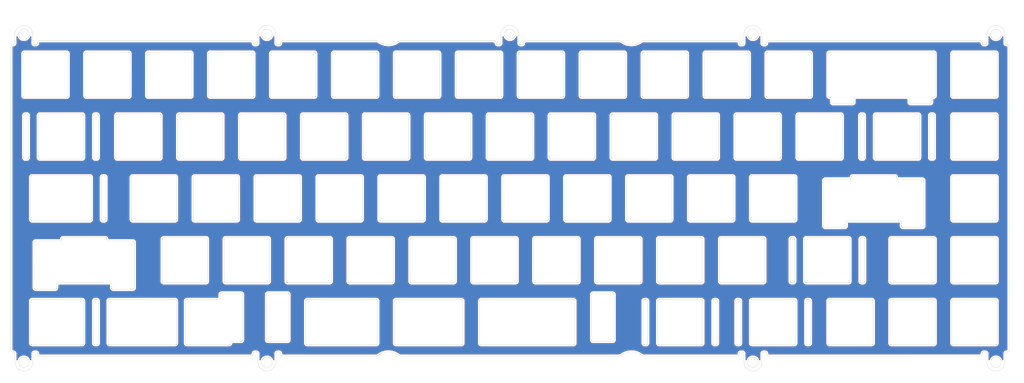
<source format=kicad_pcb>
(kicad_pcb (version 20211014) (generator pcbnew)
  (title_block (title "Phoenix Project No 1 Full Plate") (date "2023-05-07") (rev "2") (comment 1 "Deisgned with love by Rico"))
  (layers (0 "F.Cu" signal) (31 "B.Cu" signal) (34 "B.Paste" user) (35 "F.Paste" user) (36 "B.SilkS" user "B.Silkscreen") (37 "F.SilkS" user "F.Silkscreen") (38 "B.Mask" user) (39 "F.Mask" user) (44 "Edge.Cuts" user))
  (net 0 "")
  (gr_arc (start 15.2625 83.2) (mid 14.908947 83.053553) (end 14.7625 82.7) (layer "Edge.Cuts") (width 0.1))
  (gr_line (start 272.9375 12.05) (end 272.4375 12.05) (layer "Edge.Cuts") (width 0.1))
  (gr_arc (start 74.4625 64.15) (mid 74.108947 64.003553) (end 73.9625 63.65) (layer "Edge.Cuts") (width 0.1))
  (gr_arc (start 169.2125 50.65) (mid 169.358947 50.296447) (end 169.7125 50.15) (layer "Edge.Cuts") (width 0.1))
  (gr_line (start 112.5625 64.15) (end 125.5625 64.15) (layer "Edge.Cuts") (width 0.1))
  (gr_line (start 139.602223 -9.199992) (end 139.102223 -9.199992) (layer "Edge.Cuts") (width 0.1))
  (gr_line (start 64.15 -6.5) (end 64.15 6.5) (layer "Edge.Cuts") (width 0.1))
  (gr_arc (start 102.318156 86.440185) (mid 105.477055 85.370611) (end 108.636031 86.439987) (layer "Edge.Cuts") (width 0.1))
  (gr_line (start 60.15 82.2) (end 57.25625 82.2) (layer "Edge.Cuts") (width 0.1))
  (gr_arc (start 197.7875 31.6) (mid 197.933947 31.246447) (end 198.2875 31.1) (layer "Edge.Cuts") (width 0.1))
  (gr_arc (start 111.775 25.55) (mid 111.628553 25.903553) (end 111.275 26.05) (layer "Edge.Cuts") (width 0.1))
  (gr_arc (start 206.2625 69.2) (mid 206.616053 69.346447) (end 206.7625 69.7) (layer "Edge.Cuts") (width 0.1))
  (gr_arc (start 50.15 -6.5) (mid 50.296447 -6.853553) (end 50.65 -7) (layer "Edge.Cuts") (width 0.1))
  (gr_line (start 250.50625 63.65) (end 250.50625 50.65) (layer "Edge.Cuts") (width 0.1))
  (gr_line (start 127.94375 69.2) (end 107.8 69.2) (layer "Edge.Cuts") (width 0.1))
  (gr_line (start 63.852224 -9.699985) (end 63.852224 -9.949985) (layer "Edge.Cuts") (width 0.1))
  (gr_arc (start 68.9125 63.65) (mid 68.766053 64.003553) (end 68.4125 64.15) (layer "Edge.Cuts") (width 0.1))
  (gr_arc (start 261.29375 31.1) (mid 261.647271 31.246464) (end 261.79375 31.6) (layer "Edge.Cuts") (width 0.1))
  (gr_line (start 207.3125 50.65) (end 207.3125 63.65) (layer "Edge.Cuts") (width 0.1))
  (gr_arc (start 135.0875 31.1) (mid 135.441053 31.246447) (end 135.5875 31.6) (layer "Edge.Cuts") (width 0.1))
  (gr_line (start 15.2625 26.05) (end 15.7625 26.05) (layer "Edge.Cuts") (width 0.1))
  (gr_line (start 287.602223 -10.450004) (end 222.352222 -10.449999) (layer "Edge.Cuts") (width 0.1))
  (gr_arc (start 121.5875 31.6) (mid 121.733947 31.246447) (end 122.0875 31.1) (layer "Edge.Cuts") (width 0.1))
  (gr_line (start 69.2 -6.5) (end 69.2 6.5) (layer "Edge.Cuts") (width 0.1))
  (gr_arc (start 248.737 8.5) (mid 248.590553 8.853553) (end 248.237 9) (layer "Edge.Cuts") (width 0.1))
  (gr_arc (start 207.3125 50.65) (mid 207.458947 50.296447) (end 207.8125 50.15) (layer "Edge.Cuts") (width 0.1))
  (gr_line (start 193.525 26.05) (end 206.525 26.05) (layer "Edge.Cuts") (width 0.1))
  (gr_line (start 217.3375 45.1) (end 230.3375 45.1) (layer "Edge.Cuts") (width 0.1))
  (gr_line (start 288.102246 86.140031) (end 288.102238 85.890016) (layer "Edge.Cuts") (width 0.1))
  (gr_line (start 212.3375 82.7) (end 212.3375 69.7) (layer "Edge.Cuts") (width 0.1))
  (gr_arc (start 106.5125 50.15) (mid 106.866053 50.296447) (end 107.0125 50.65) (layer "Edge.Cuts") (width 0.1))
  (gr_arc (start 265.363 7) (mid 265.539777 7.073223) (end 265.613 7.25) (layer "Edge.Cuts") (width 0.1))
  (gr_line (start 260.2 64.15) (end 273.2 64.15) (layer "Edge.Cuts") (width 0.1))
  (gr_line (start -5.2375 25.55) (end -5.2375 12.55) (layer "Edge.Cuts") (width 0.1))
  (gr_line (start 3.46825 65.65) (end 3.46825 64.4) (layer "Edge.Cuts") (width 0.1))
  (gr_arc (start 250.9375 26.05) (mid 250.583947 25.903553) (end 250.4375 25.55) (layer "Edge.Cuts") (width 0.1))
  (gr_line (start 241.15 7) (end 241.487 7) (layer "Edge.Cuts") (width 0.1))
  (gr_line (start 164.1625 63.65) (end 164.1625 50.65) (layer "Edge.Cuts") (width 0.1))
  (gr_line (start 16.2625 82.7) (end 16.2625 69.7) (layer "Edge.Cuts") (width 0.1))
  (gr_arc (start 295.102223 85.89) (mid 295.248671 85.536455) (end 295.602223 85.39) (layer "Edge.Cuts") (width 0.1))
  (gr_arc (start 39.8375 69.2) (mid 40.191053 69.346447) (end 40.3375 69.7) (layer "Edge.Cuts") (width 0.1))
  (gr_line (start 263.73175 47.1) (end 269.73175 47.1) (layer "Edge.Cuts") (width 0.1))
  (gr_line (start 144.6125 64.15) (end 131.6125 64.15) (layer "Edge.Cuts") (width 0.1))
  (gr_arc (start -1.895194 86.649123) (mid -2.248752 86.502687) (end -2.395209 86.149138) (layer "Edge.Cuts") (width 0.1))
  (gr_arc (start 15.7625 12.05) (mid 16.116053 12.196447) (end 16.2625 12.55) (layer "Edge.Cuts") (width 0.1))
  (gr_arc (start 207.025 25.55) (mid 206.878553 25.903553) (end 206.525 26.05) (layer "Edge.Cuts") (width 0.1))
  (gr_arc (start 273.2 -7) (mid 273.553553 -6.853553) (end 273.7 -6.5) (layer "Edge.Cuts") (width 0.1))
  (gr_arc (start 130.825 25.55) (mid 130.678553 25.903553) (end 130.325 26.05) (layer "Edge.Cuts") (width 0.1))
  (gr_line (start 73.9625 50.65) (end 73.9625 63.65) (layer "Edge.Cuts") (width 0.1))
  (gr_arc (start 217.3375 83.2) (mid 216.983947 83.053553) (end 216.8375 82.7) (layer "Edge.Cuts") (width 0.1))
  (gr_line (start 207.8125 64.15) (end 220.8125 64.15) (layer "Edge.Cuts") (width 0.1))
  (gr_line (start 72.355261 85.896983) (end 72.355269 86.146795) (layer "Edge.Cuts") (width 0.1))
  (gr_arc (start 205.7625 83.2) (mid 205.408947 83.053553) (end 205.2625 82.7) (layer "Edge.Cuts") (width 0.1))
  (gr_line (start 162.89375 82.7) (end 162.89375 69.7) (layer "Edge.Cuts") (width 0.1))
  (gr_arc (start 22.075 26.05) (mid 21.721447 25.903553) (end 21.575 25.55) (layer "Edge.Cuts") (width 0.1))
  (gr_arc (start 292.75 44.6) (mid 292.603553 44.953553) (end 292.25 45.1) (layer "Edge.Cuts") (width 0.1))
  (gr_arc (start 222.1 7) (mid 221.746447 6.853553) (end 221.6 6.5) (layer "Edge.Cuts") (width 0.1))
  (gr_line (start 107.8 83.2) (end 127.94375 83.2) (layer "Edge.Cuts") (width 0.1))
  (gr_arc (start 63.855269 86.147061) (mid 63.70884 86.500623) (end 63.355285 86.647077) (layer "Edge.Cuts") (width 0.1))
  (gr_arc (start 116.825 12.55) (mid 116.971447 12.196447) (end 117.325 12.05) (layer "Edge.Cuts") (width 0.1))
  (gr_line (start 126.0625 63.65) (end 126.0625 50.65) (layer "Edge.Cuts") (width 0.1))
  (gr_arc (start 45.1 6.5) (mid 44.953553 6.853553) (end 44.6 7) (layer "Edge.Cuts") (width 0.1))
  (gr_arc (start 16.2625 25.55) (mid 16.116053 25.903553) (end 15.7625 26.05) (layer "Edge.Cuts") (width 0.1))
  (gr_arc (start 120.8 -7) (mid 121.153553 -6.853553) (end 121.3 -6.5) (layer "Edge.Cuts") (width 0.1))
  (gr_arc (start 60.175 26.05) (mid 59.821447 25.903553) (end 59.675 25.55) (layer "Edge.Cuts") (width 0.1))
  (gr_arc (start 102.25 6.5) (mid 102.103553 6.853553) (end 101.75 7) (layer "Edge.Cuts") (width 0.1))
  (gr_arc (start 167.95 67.7) (mid 168.096447 67.346447) (end 168.45 67.2) (layer "Edge.Cuts") (width 0.1))
  (gr_line (start 93.5125 50.15) (end 106.5125 50.15) (layer "Edge.Cuts") (width 0.1))
  (gr_line (start 87.9625 63.65) (end 87.9625 50.65) (layer "Edge.Cuts") (width 0.1))
  (gr_line (start 216.05 7) (end 203.05 7) (layer "Edge.Cuts") (width 0.1))
  (gr_line (start 49.3625 50.15) (end 36.3625 50.15) (layer "Edge.Cuts") (width 0.1))
  (gr_line (start 213.855123 85.392375) (end 214.355123 85.392359) (layer "Edge.Cuts") (width 0.1))
  (gr_arc (start 266.113 9) (mid 265.759447 8.853553) (end 265.613 8.5) (layer "Edge.Cuts") (width 0.1))
  (gr_line (start 295.102222 -9.700005) (end 295.102222 -12.429409) (layer "Edge.Cuts") (width 0.1))
  (gr_arc (start 292.25 50.15) (mid 292.603553 50.296447) (end 292.75 50.65) (layer "Edge.Cuts") (width 0.1))
  (gr_arc (start 73.175 12.05) (mid 73.528553 12.196447) (end 73.675 12.55) (layer "Edge.Cuts") (width 0.1))
  (gr_line (start 269.73175 32.1) (end 262.04375 32.1) (layer "Edge.Cuts") (width 0.1))
  (gr_arc (start 184 7) (mid 183.646447 6.853553) (end 183.5 6.5) (layer "Edge.Cuts") (width 0.1))
  (gr_arc (start 3.46825 64.4) (mid 3.541473 64.223223) (end 3.71825 64.15) (layer "Edge.Cuts") (width 0.1))
  (gr_arc (start 182.7125 50.15) (mid 183.066053 50.296447) (end 183.2125 50.65) (layer "Edge.Cuts") (width 0.1))
  (gr_arc (start -9.39778 -9.699966) (mid -9.544222 -9.346418) (end -9.897766 -9.199966) (layer "Edge.Cuts") (width 0.1))
  (gr_arc (start 133.49375 69.7) (mid 133.640194 69.346429) (end 133.99375 69.2) (layer "Edge.Cuts") (width 0.1))
  (gr_line (start 234.00625 64.15) (end 247.00625 64.15) (layer "Edge.Cuts") (width 0.1))
  (gr_line (start 206.7625 82.7) (end 206.7625 69.7) (layer "Edge.Cuts") (width 0.1))
  (gr_arc (start 213.355139 85.89239) (mid 213.501586 85.538863) (end 213.855123 85.392375) (layer "Edge.Cuts") (width 0.1))
  (gr_arc (start -6.7375 12.55) (mid -6.591053 12.196447) (end -6.2375 12.05) (layer "Edge.Cuts") (width 0.1))
  (gr_arc (start 126.35 -6.5) (mid 126.496447 -6.853553) (end 126.85 -7) (layer "Edge.Cuts") (width 0.1))
  (gr_line (start -3.395234 85.399154) (end -2.895233 85.399138) (layer "Edge.Cuts") (width 0.1))
  (gr_arc (start 92.225 12.05) (mid 92.578553 12.196447) (end 92.725 12.55) (layer "Edge.Cuts") (width 0.1))
  (gr_arc (start 226.075 25.55) (mid 225.928553 25.903553) (end 225.575 26.05) (layer "Edge.Cuts") (width 0.1))
  (gr_arc (start 40.3375 82.7) (mid 40.191053 83.053553) (end 39.8375 83.2) (layer "Edge.Cuts") (width 0.1))
  (gr_line (start 136.375 26.05) (end 149.375 26.05) (layer "Edge.Cuts") (width 0.1))
  (gr_line (start 183.2125 63.65) (end 183.2125 50.65) (layer "Edge.Cuts") (width 0.1))
  (gr_line (start -1.7375 26.05) (end 11.2625 26.05) (layer "Edge.Cuts") (width 0.1))
  (gr_arc (start 136.375 26.05) (mid 136.021447 25.903553) (end 135.875 25.55) (layer "Edge.Cuts") (width 0.1))
  (gr_line (start 121.3 6.5) (end 121.3 -6.5) (layer "Edge.Cuts") (width 0.1))
  (gr_arc (start 272.613 8.5) (mid 272.466553 8.853553) (end 272.113 9) (layer "Edge.Cuts") (width 0.1))
  (gr_line (start 272.863 7) (end 273.2 7) (layer "Edge.Cuts") (width 0.1))
  (gr_line (start -9.397781 -12.4294) (end -9.39778 -9.699966) (layer "Edge.Cuts") (width 0.1))
  (gr_arc (start 64.352225 -9.199985) (mid 63.99865 -9.346422) (end 63.852224 -9.699985) (layer "Edge.Cuts") (width 0.1))
  (gr_arc (start 203.05 7) (mid 202.696447 6.853553) (end 202.55 6.5) (layer "Edge.Cuts") (width 0.1))
  (gr_line (start 278.75 44.6) (end 278.75 31.6) (layer "Edge.Cuts") (width 0.1))
  (gr_line (start -4.61875 69.7) (end -4.61875 82.7) (layer "Edge.Cuts") (width 0.1))
  (gr_line (start 159.6875 31.6) (end 159.6875 44.6) (layer "Edge.Cuts") (width 0.1))
  (gr_line (start 169.2125 50.65) (end 169.2125 63.65) (layer "Edge.Cuts") (width 0.1))
  (gr_line (start 168.425 12.05) (end 155.425 12.05) (layer "Edge.Cuts") (width 0.1))
  (gr_arc (start 279.25 83.2) (mid 278.896447 83.053553) (end 278.75 82.7) (layer "Edge.Cuts") (width 0.1))
  (gr_arc (start 149.375 12.05) (mid 149.728553 12.196447) (end 149.875 12.55) (layer "Edge.Cuts") (width 0.1))
  (gr_line (start -10.647853 -8.699945) (end -10.645321 84.899204) (layer "Edge.Cuts") (width 0.1))
  (gr_arc (start -9.397781 -12.4294) (mid -6.647782 -15.179401) (end -3.897781 -12.429402) (layer "Edge.Cuts") (width 0.1))
  (gr_line (start 278.75 69.7) (end 278.75 82.7) (layer "Edge.Cuts") (width 0.1))
  (gr_arc (start -5.2375 25.55) (mid -5.383947 25.903553) (end -5.7375 26.05) (layer "Edge.Cuts") (width 0.1))
  (gr_arc (start -10.647853 -8.699945) (mid -10.501416 -9.053502) (end -10.147867 -9.199959) (layer "Edge.Cuts") (width 0.1))
  (gr_arc (start 14.14375 44.6) (mid 13.997306 44.953571) (end 13.64375 45.1) (layer "Edge.Cuts") (width 0.1))
  (gr_arc (start 128.44375 82.7) (mid 128.297306 83.053571) (end 127.94375 83.2) (layer "Edge.Cuts") (width 0.1))
  (gr_line (start 78.725 12.55) (end 78.725 25.55) (layer "Edge.Cuts") (width 0.1))
  (gr_arc (start 273.2 69.2) (mid 273.553553 69.346447) (end 273.7 69.7) (layer "Edge.Cuts") (width 0.1))
  (gr_line (start 57.00625 82.45) (end 57.00625 82.7) (layer "Edge.Cuts") (width 0.1))
  (gr_line (start 154.6375 31.6) (end 154.6375 44.6) (layer "Edge.Cuts") (width 0.1))
  (gr_line (start 145.9 7) (end 158.9 7) (layer "Edge.Cuts") (width 0.1))
  (gr_line (start 22.075 26.05) (end 35.075 26.05) (layer "Edge.Cuts") (width 0.1))
  (gr_line (start 83.2 6.5) (end 83.2 -6.5) (layer "Edge.Cuts") (width 0.1))
  (gr_arc (start 150.1625 50.65) (mid 150.308947 50.296447) (end 150.6625 50.15) (layer "Edge.Cuts") (width 0.1))
  (gr_line (start 146.602223 -9.199992) (end 146.102223 -9.199992) (layer "Edge.Cuts") (width 0.1))
  (gr_line (start 239.85575 47.1) (end 245.85575 47.1) (layer "Edge.Cuts") (width 0.1))
  (gr_arc (start 168.45 82.2) (mid 168.096447 82.053553) (end 167.95 81.7) (layer "Edge.Cuts") (width 0.1))
  (gr_arc (start 14.7625 12.55) (mid 14.908947 12.196447) (end 15.2625 12.05) (layer "Edge.Cuts") (width 0.1))
  (gr_arc (start 213.3375 69.2) (mid 213.691053 69.346447) (end 213.8375 69.7) (layer "Edge.Cuts") (width 0.1))
  (gr_line (start 220.352223 -9.699998) (end 220.352223 -12.429402) (layer "Edge.Cuts") (width 0.1))
  (gr_line (start 92.725 25.55) (end 92.725 12.55) (layer "Edge.Cuts") (width 0.1))
  (gr_arc (start 233.50625 50.65) (mid 233.652694 50.296429) (end 234.00625 50.15) (layer "Edge.Cuts") (width 0.1))
  (gr_arc (start 212.575 26.05) (mid 212.221447 25.903553) (end 212.075 25.55) (layer "Edge.Cuts") (width 0.1))
  (gr_arc (start 295.852219 -9.200005) (mid 296.205762 -9.053552) (end 296.352219 -8.700005) (layer "Edge.Cuts") (width 0.1))
  (gr_arc (start 278.75 50.65) (mid 278.896447 50.296447) (end 279.25 50.15) (layer "Edge.Cuts") (width 0.1))
  (gr_line (start 278.75 63.65) (end 278.75 50.65) (layer "Edge.Cuts") (width 0.1))
  (gr_line (start 288.102223 -9.700004) (end 288.102223 -9.950004) (layer "Edge.Cuts") (width 0.1))
  (gr_arc (start 93.5125 64.15) (mid 93.158947 64.003553) (end 93.0125 63.65) (layer "Edge.Cuts") (width 0.1))
  (gr_arc (start 206.7625 82.7) (mid 206.616053 83.053553) (end 206.2625 83.2) (layer "Edge.Cuts") (width 0.1))
  (gr_arc (start 35.075 12.05) (mid 35.428553 12.196447) (end 35.575 12.55) (layer "Edge.Cuts") (width 0.1))
  (gr_arc (start 176.533243 -10.449995) (mid 176.84698 -10.39949) (end 177.129047 -10.253125) (layer "Edge.Cuts") (width 0.1))
  (gr_line (start -1.895194 86.649123) (end 63.355285 86.647077) (layer "Edge.Cuts") (width 0.1))
  (gr_arc (start 139.85 -7) (mid 140.203553 -6.853553) (end 140.35 -6.5) (layer "Edge.Cuts") (width 0.1))
  (gr_line (start 4.90625 50.65) (end 4.90625 50.9) (layer "Edge.Cuts") (width 0.1))
  (gr_line (start 19.19375 82.7) (end 19.19375 69.7) (layer "Edge.Cuts") (width 0.1))
  (gr_arc (start 251.50625 50.15) (mid 251.859771 50.296464) (end 252.00625 50.65) (layer "Edge.Cuts") (width 0.1))
  (gr_arc (start 183.3254 -10.253126) (mid 183.60746 -10.399503) (end 183.921203 -10.449995) (layer "Edge.Cuts") (width 0.1))
  (gr_arc (start 279.25 26.05) (mid 278.896447 25.903553) (end 278.75 25.55) (layer "Edge.Cuts") (width 0.1))
  (gr_line (start 45.3875 31.6) (end 45.3875 44.6) (layer "Edge.Cuts") (width 0.1))
  (gr_arc (start 288.102238 85.890016) (mid 288.248681 85.536466) (end 288.602238 85.39) (layer "Edge.Cuts") (width 0.1))
  (gr_line (start 273.4375 25.55) (end 273.4375 12.55) (layer "Edge.Cuts") (width 0.1))
  (gr_line (start 188.2625 50.65) (end 188.2625 63.65) (layer "Edge.Cuts") (width 0.1))
  (gr_arc (start 57.00625 82.7) (mid 56.859806 83.053571) (end 56.50625 83.2) (layer "Edge.Cuts") (width 0.1))
  (gr_line (start 130.325 12.05) (end 117.325 12.05) (layer "Edge.Cuts") (width 0.1))
  (gr_line (start 221.6 6.5) (end 221.6 -6.5) (layer "Edge.Cuts") (width 0.1))
  (gr_arc (start 125.5625 50.15) (mid 125.916053 50.296447) (end 126.0625 50.65) (layer "Edge.Cuts") (width 0.1))
  (gr_line (start 214.855139 85.892343) (end 214.855223 88.563054) (layer "Edge.Cuts") (width 0.1))
  (gr_line (start 135.5875 44.6) (end 135.5875 31.6) (layer "Edge.Cuts") (width 0.1))
  (gr_line (start 268.4375 12.05) (end 255.4375 12.05) (layer "Edge.Cuts") (width 0.1))
  (gr_line (start 213.3375 83.2) (end 212.8375 83.2) (layer "Edge.Cuts") (width 0.1))
  (gr_arc (start 230.00625 50.15) (mid 230.359771 50.296464) (end 230.50625 50.65) (layer "Edge.Cuts") (width 0.1))
  (gr_line (start 74.94375 81.7) (end 74.94375 67.7) (layer "Edge.Cuts") (width 0.1))
  (gr_arc (start -6.5 7) (mid -6.853553 6.853553) (end -7 6.5) (layer "Edge.Cuts") (width 0.1))
  (gr_line (start 254.15 69.2) (end 241.15 69.2) (layer "Edge.Cuts") (width 0.1))
  (gr_line (start 177.95 7) (end 164.95 7) (layer "Edge.Cuts") (width 0.1))
  (gr_line (start 54.15 67.2) (end 60.15 67.2) (layer "Edge.Cuts") (width 0.1))
  (gr_arc (start 19.69375 83.2) (mid 19.340229 83.053536) (end 19.19375 82.7) (layer "Edge.Cuts") (width 0.1))
  (gr_line (start 64.4375 44.6) (end 64.4375 31.6) (layer "Edge.Cuts") (width 0.1))
  (gr_line (start 3.71825 64.15) (end 20.09425 64.15) (layer "Edge.Cuts") (width 0.1))
  (gr_arc (start 234.00625 64.15) (mid 233.652729 64.003536) (end 233.50625 63.65) (layer "Edge.Cuts") (width 0.1))
  (gr_arc (start 174.95 81.7) (mid 174.803553 82.053553) (end 174.45 82.2) (layer "Edge.Cuts") (width 0.1))
  (gr_arc (start 54.9125 50.65) (mid 55.058947 50.296447) (end 55.4125 50.15) (layer "Edge.Cuts") (width 0.1))
  (gr_arc (start 19.15625 51.15) (mid 18.979441 51.076794) (end 18.90625 50.9) (layer "Edge.Cuts") (width 0.1))
  (gr_line (start 292.25 45.1) (end 279.25 45.1) (layer "Edge.Cuts") (width 0.1))
  (gr_line (start 65.352224 -12.429391) (end 65.352224 -9.699985) (layer "Edge.Cuts") (width 0.1))
  (gr_arc (start 260.2 83.2) (mid 259.846447 83.053553) (end 259.7 82.7) (layer "Edge.Cuts") (width 0.1))
  (gr_arc (start 212.075 12.55) (mid 212.221447 12.196447) (end 212.575 12.05) (layer "Edge.Cuts") (width 0.1))
  (gr_line (start 72.352224 -9.949986) (end 72.352224 -9.699985) (layer "Edge.Cuts") (width 0.1))
  (gr_line (start 242.237 9) (end 248.237 9) (layer "Edge.Cuts") (width 0.1))
  (gr_line (start 92.225 12.05) (end 79.225 12.05) (layer "Edge.Cuts") (width 0.1))
  (gr_arc (start 11.7625 82.7) (mid 11.616053 83.053553) (end 11.2625 83.2) (layer "Edge.Cuts") (width 0.1))
  (gr_line (start 247.00625 50.15) (end 234.00625 50.15) (layer "Edge.Cuts") (width 0.1))
  (gr_arc (start 126.85 7) (mid 126.496447 6.853553) (end 126.35 6.5) (layer "Edge.Cuts") (width 0.1))
  (gr_arc (start 278.75 -6.5) (mid 278.896447 -6.853553) (end 279.25 -7) (layer "Edge.Cuts") (width 0.1))
  (gr_arc (start 268.4375 12.05) (mid 268.791053 12.196447) (end 268.9375 12.55) (layer "Edge.Cuts") (width 0.1))
  (gr_arc (start 43.50625 83.2) (mid 43.152729 83.053536) (end 43.00625 82.7) (layer "Edge.Cuts") (width 0.1))
  (gr_arc (start 292.25 31.1) (mid 292.603553 31.246447) (end 292.75 31.6) (layer "Edge.Cuts") (width 0.1))
  (gr_arc (start 49.8625 63.65) (mid 49.716053 64.003553) (end 49.3625 64.15) (layer "Edge.Cuts") (width 0.1))
  (gr_arc (start 12.05 -6.5) (mid 12.196447 -6.853553) (end 12.55 -7) (layer "Edge.Cuts") (width 0.1))
  (gr_line (start 273.7 69.7) (end 273.7 82.7) (layer "Edge.Cuts") (width 0.1))
  (gr_arc (start 252.00625 63.65) (mid 251.859806 64.003571) (end 251.50625 64.15) (layer "Edge.Cuts") (width 0.1))
  (gr_line (start 278.75 12.55) (end 278.75 25.55) (layer "Edge.Cuts") (width 0.1))
  (gr_arc (start 73.675 25.55) (mid 73.528553 25.903553) (end 73.175 26.05) (layer "Edge.Cuts") (width 0.1))
  (gr_arc (start 247.79375 31.6) (mid 247.940194 31.246429) (end 248.29375 31.1) (layer "Edge.Cuts") (width 0.1))
  (gr_arc (start 72.855285 86.646779) (mid 72.501754 86.500331) (end 72.355269 86.146795) (layer "Edge.Cuts") (width 0.1))
  (gr_line (start 117.325 26.05) (end 130.325 26.05) (layer "Edge.Cuts") (width 0.1))
  (gr_arc (start 13.64375 31.1) (mid 13.997271 31.246464) (end 14.14375 31.6) (layer "Edge.Cuts") (width 0.1))
  (gr_line (start 121.5875 31.6) (end 121.5875 44.6) (layer "Edge.Cuts") (width 0.1))
  (gr_arc (start 145.9 7) (mid 145.546447 6.853553) (end 145.4 6.5) (layer "Edge.Cuts") (width 0.1))
  (gr_line (start 6.5 -7) (end -6.5 -7) (layer "Edge.Cuts") (width 0.1))
  (gr_line (start 73.175 12.05) (end 60.175 12.05) (layer "Edge.Cuts") (width 0.1))
  (gr_arc (start 192.7375 44.6) (mid 192.591053 44.953553) (end 192.2375 45.1) (layer "Edge.Cuts") (width 0.1))
  (gr_arc (start 31.6 7) (mid 31.246447 6.853553) (end 31.1 6.5) (layer "Edge.Cuts") (width 0.1))
  (gr_line (start 135.0875 31.1) (end 122.0875 31.1) (layer "Edge.Cuts") (width 0.1))
  (gr_arc (start 149.875 25.55) (mid 149.728553 25.903553) (end 149.375 26.05) (layer "Edge.Cuts") (width 0.1))
  (gr_arc (start 213.355147 86.142375) (mid 213.208718 86.495956) (end 212.855163 86.64239) (layer "Edge.Cuts") (width 0.1))
  (gr_arc (start -9.895154 85.399183) (mid -9.541592 85.545625) (end -9.39514 85.899183) (layer "Edge.Cuts") (width 0.1))
  (gr_circle (center 292.352223 88.570596) (end 293.952223 88.570596) (layer "Edge.Cuts") (width 0.1) (fill none))
  (gr_arc (start 188.2625 50.65) (mid 188.408947 50.296447) (end 188.7625 50.15) (layer "Edge.Cuts") (width 0.1))
  (gr_line (start 49.8625 63.65) (end 49.8625 50.65) (layer "Edge.Cuts") (width 0.1))
  (gr_line (start 131.6125 50.15) (end 144.6125 50.15) (layer "Edge.Cuts") (width 0.1))
  (gr_arc (start 140.6375 31.6) (mid 140.783947 31.246447) (end 141.1375 31.1) (layer "Edge.Cuts") (width 0.1))
  (gr_arc (start 292.75 63.65) (mid 292.603553 64.003553) (end 292.25 64.15) (layer "Edge.Cuts") (width 0.1))
  (gr_arc (start 220.852223 -9.199998) (mid 220.498654 -9.346436) (end 220.352223 -9.699998) (layer "Edge.Cuts") (width 0.1))
  (gr_line (start 97.4875 44.6) (end 97.4875 31.6) (layer "Edge.Cuts") (width 0.1))
  (gr_line (start 139.85 7) (end 126.85 7) (layer "Edge.Cuts") (width 0.1))
  (gr_arc (start 39.8375 31.1) (mid 40.191053 31.246447) (end 40.3375 31.6) (layer "Edge.Cuts") (width 0.1))
  (gr_line (start 213.8375 69.7) (end 213.8375 82.7) (layer "Edge.Cuts") (width 0.1))
  (gr_arc (start 262.98175 45.1) (mid 263.158559 45.173206) (end 263.23175 45.35) (layer "Edge.Cuts") (width 0.1))
  (gr_arc (start 107.8 83.2) (mid 107.446447 83.053553) (end 107.3 82.7) (layer "Edge.Cuts") (width 0.1))
  (gr_line (start 149.875 25.55) (end 149.875 12.55) (layer "Edge.Cuts") (width 0.1))
  (gr_arc (start 63.352224 -10.449985) (mid 63.705757 -10.303529) (end 63.852224 -9.949985) (layer "Edge.Cuts") (width 0.1))
  (gr_arc (start 126.0625 63.65) (mid 125.916053 64.003553) (end 125.5625 64.15) (layer "Edge.Cuts") (width 0.1))
  (gr_line (start 292.75 82.7) (end 292.75 69.7) (layer "Edge.Cuts") (width 0.1))
  (gr_arc (start 67.94375 67.7) (mid 68.090194 67.346429) (end 68.44375 67.2) (layer "Edge.Cuts") (width 0.1))
  (gr_line (start 36.3625 64.15) (end 49.3625 64.15) (layer "Edge.Cuts") (width 0.1))
  (gr_line (start -6.5 7) (end 6.5 7) (layer "Edge.Cuts") (width 0.1))
  (gr_line (start 241.15 83.2) (end 254.15 83.2) (layer "Edge.Cuts") (width 0.1))
  (gr_arc (start 135.5875 44.6) (mid 135.441053 44.953553) (end 135.0875 45.1) (layer "Edge.Cuts") (width 0.1))
  (gr_arc (start 214.355123 85.392359) (mid 214.70867 85.538806) (end 214.855139 85.892343) (layer "Edge.Cuts") (width 0.1))
  (gr_line (start -2.897781 -9.199979) (end -3.397781 -9.199979) (layer "Edge.Cuts") (width 0.1))
  (gr_arc (start -3.89514 88.570708) (mid -6.64506 91.320789) (end -9.39514 88.570868) (layer "Edge.Cuts") (width 0.1))
  (gr_arc (start 50.65 7) (mid 50.296447 6.853553) (end 50.15 6.5) (layer "Edge.Cuts") (width 0.1))
  (gr_arc (start 295.102223 88.570596) (mid 292.352223 91.320596) (end 289.602223 88.570596) (layer "Edge.Cuts") (width 0.1))
  (gr_line (start 133.99375 83.2) (end 162.39375 83.2) (layer "Edge.Cuts") (width 0.1))
  (gr_arc (start 188.7625 83.2) (mid 188.408947 83.053553) (end 188.2625 82.7) (layer "Edge.Cuts") (width 0.1))
  (gr_arc (start 45.3875 31.6) (mid 45.533947 31.246447) (end 45.8875 31.1) (layer "Edge.Cuts") (width 0.1))
  (gr_arc (start 145.1125 63.65) (mid 144.966053 64.003553) (end 144.6125 64.15) (layer "Edge.Cuts") (width 0.1))
  (gr_arc (start 211.7875 44.6) (mid 211.641053 44.953553) (end 211.2875 45.1) (layer "Edge.Cuts") (width 0.1))
  (gr_line (start 174.45 67.2) (end 168.45 67.2) (layer "Edge.Cuts") (width 0.1))
  (gr_arc (start 193.525 26.05) (mid 193.171447 25.903553) (end 193.025 25.55) (layer "Edge.Cuts") (width 0.1))
  (gr_line (start 272.613 8.5) (end 272.613 7.25) (layer "Edge.Cuts") (width 0.1))
  (gr_arc (start 247.50625 63.65) (mid 247.359806 64.003571) (end 247.00625 64.15) (layer "Edge.Cuts") (width 0.1))
  (gr_arc (start -4.61875 31.6) (mid -4.472303 31.246447) (end -4.11875 31.1) (layer "Edge.Cuts") (width 0.1))
  (gr_arc (start 117.325 26.05) (mid 116.971447 25.903553) (end 116.825 25.55) (layer "Edge.Cuts") (width 0.1))
  (gr_line (start 222.1 -7) (end 235.1 -7) (layer "Edge.Cuts") (width 0.1))
  (gr_arc (start 164.1625 63.65) (mid 164.016053 64.003553) (end 163.6625 64.15) (layer "Edge.Cuts") (width 0.1))
  (gr_circle (center 142.852223 -12.429396) (end 144.452223 -12.429396) (layer "Edge.Cuts") (width 0.1) (fill none))
  (gr_arc (start 14.7625 69.7) (mid 14.908947 69.346447) (end 15.2625 69.2) (layer "Edge.Cuts") (width 0.1))
  (gr_line (start 102.25 82.7) (end 102.25 69.7) (layer "Edge.Cuts") (width 0.1))
  (gr_arc (start 162.89375 82.7) (mid 162.747306 83.053571) (end 162.39375 83.2) (layer "Edge.Cuts") (width 0.1))
  (gr_line (start 255.4375 26.05) (end 268.4375 26.05) (layer "Edge.Cuts") (width 0.1))
  (gr_line (start 112.0625 50.65) (end 112.0625 63.65) (layer "Edge.Cuts") (width 0.1))
  (gr_arc (start 57.00625 82.45) (mid 57.079476 82.273241) (end 57.25625 82.2) (layer "Edge.Cuts") (width 0.1))
  (gr_arc (start 17.64375 45.1) (mid 17.290229 44.953536) (end 17.14375 44.6) (layer "Edge.Cuts") (width 0.1))
  (gr_arc (start 59.675 12.55) (mid 59.821447 12.196447) (end 60.175 12.05) (layer "Edge.Cuts") (width 0.1))
  (gr_arc (start 11.2625 12.05) (mid 11.616053 12.196447) (end 11.7625 12.55) (layer "Edge.Cuts") (width 0.1))
  (gr_line (start 154.925 12.55) (end 154.925 25.55) (layer "Edge.Cuts") (width 0.1))
  (gr_arc (start 212.852222 -10.449998) (mid 213.20576 -10.303543) (end 213.352222 -9.949998) (layer "Edge.Cuts") (width 0.1))
  (gr_arc (start 292.75 25.55) (mid 292.603553 25.903553) (end 292.25 26.05) (layer "Edge.Cuts") (width 0.1))
  (gr_arc (start 235.3375 82.7) (mid 235.191053 83.053553) (end 234.8375 83.2) (layer "Edge.Cuts") (width 0.1))
  (gr_arc (start 174.45 67.2) (mid 174.803553 67.346447) (end 174.95 67.7) (layer "Edge.Cuts") (width 0.1))
  (gr_arc (start 230.8375 82.7) (mid 230.691053 83.053553) (end 230.3375 83.2) (layer "Edge.Cuts") (width 0.1))
  (gr_arc (start 221.6 -6.5) (mid 221.746447 -6.853553) (end 222.1 -7) (layer "Edge.Cuts") (width 0.1))
  (gr_arc (start 220.355139 85.892343) (mid 220.501567 85.538781) (end 220.855123 85.392328) (layer "Edge.Cuts") (width 0.1))
  (gr_line (start 68.9125 63.65) (end 68.9125 50.65) (layer "Edge.Cuts") (width 0.1))
  (gr_line (start 248.737 8.5) (end 248.737 7.25) (layer "Edge.Cuts") (width 0.1))
  (gr_line (start 107.0125 50.65) (end 107.0125 63.65) (layer "Edge.Cuts") (width 0.1))
  (gr_line (start 245.125 25.55) (end 245.125 12.55) (layer "Edge.Cuts") (width 0.1))
  (gr_arc (start 138.102223 -10.449991) (mid 138.455758 -10.303536) (end 138.602223 -9.949992) (layer "Edge.Cuts") (width 0.1))
  (gr_arc (start 278.75 69.7) (mid 278.896447 69.346447) (end 279.25 69.2) (layer "Edge.Cuts") (width 0.1))
  (gr_arc (start 247.79375 31.85) (mid 247.720524 32.026759) (end 247.54375 32.1) (layer "Edge.Cuts") (width 0.1))
  (gr_arc (start 251.9375 25.55) (mid 251.791053 25.903553) (end 251.4375 26.05) (layer "Edge.Cuts") (width 0.1))
  (gr_arc (start 12.55 7) (mid 12.196447 6.853553) (end 12.05 6.5) (layer "Edge.Cuts") (width 0.1))
  (gr_line (start 138.602223 -9.699992) (end 138.602223 -9.949992) (layer "Edge.Cuts") (width 0.1))
  (gr_line (start 14.7625 12.55) (end 14.7625 25.55) (layer "Edge.Cuts") (width 0.1))
  (gr_line (start 202.2625 82.7) (end 202.2625 69.7) (layer "Edge.Cuts") (width 0.1))
  (gr_arc (start 292.75 82.7) (mid 292.603553 83.053553) (end 292.25 83.2) (layer "Edge.Cuts") (width 0.1))
  (gr_line (start -6.7375 12.55) (end -6.7375 25.55) (layer "Edge.Cuts") (width 0.1))
  (gr_line (start 79.225 26.05) (end 92.225 26.05) (layer "Edge.Cuts") (width 0.1))
  (gr_line (start 11.7625 82.7) (end 11.7625 69.7) (layer "Edge.Cuts") (width 0.1))
  (gr_line (start 241.737 7.25) (end 241.737 8.5) (layer "Edge.Cuts") (width 0.1))
  (gr_line (start 125.5625 50.15) (end 112.5625 50.15) (layer "Edge.Cuts") (width 0.1))
  (gr_arc (start 69.7 7) (mid 69.346447 6.853553) (end 69.2 6.5) (layer "Edge.Cuts") (width 0.1))
  (gr_line (start 130.825 25.55) (end 130.825 12.55) (layer "Edge.Cuts") (width 0.1))
  (gr_line (start 185.2625 82.7) (end 185.2625 69.7) (layer "Edge.Cuts") (width 0.1))
  (gr_arc (start 102.25 82.7) (mid 102.103553 83.053553) (end 101.75 83.2) (layer "Edge.Cuts") (width 0.1))
  (gr_arc (start -1.7375 26.05) (mid -2.091053 25.903553) (end -2.2375 25.55) (layer "Edge.Cuts") (width 0.1))
  (gr_line (start 44.6 -7) (end 31.6 -7) (layer "Edge.Cuts") (width 0.1))
  (gr_arc (start 82.7 -7) (mid 83.053553 -6.853553) (end 83.2 -6.5) (layer "Edge.Cuts") (width 0.1))
  (gr_arc (start 63.65 -7) (mid 64.003553 -6.853553) (end 64.15 -6.5) (layer "Edge.Cuts") (width 0.1))
  (gr_arc (start 272.9375 12.05) (mid 273.291053 12.196447) (end 273.4375 12.55) (layer "Edge.Cuts") (width 0.1))
  (gr_arc (start 211.2875 31.1) (mid 211.641053 31.246447) (end 211.7875 31.6) (layer "Edge.Cuts") (width 0.1))
  (gr_line (start 229.00625 63.65) (end 229.00625 50.65) (layer "Edge.Cuts") (width 0.1))
  (gr_line (start 17.14375 44.6) (end 17.14375 31.6) (layer "Edge.Cuts") (width 0.1))
  (gr_arc (start 212.8375 83.2) (mid 212.483947 83.053553) (end 212.3375 82.7) (layer "Edge.Cuts") (width 0.1))
  (gr_arc (start 127.94375 69.2) (mid 128.297271 69.346464) (end 128.44375 69.7) (layer "Edge.Cuts") (width 0.1))
  (gr_line (start 12.05 6.5) (end 12.05 -6.5) (layer "Edge.Cuts") (width 0.1))
  (gr_line (start 231.125 12.55) (end 231.125 25.55) (layer "Edge.Cuts") (width 0.1))
  (gr_arc (start 235.1 -7) (mid 235.453553 -6.853553) (end 235.6 -6.5) (layer "Edge.Cuts") (width 0.1))
  (gr_arc (start 221.852222 -9.949999) (mid 221.99867 -10.303545) (end 222.352222 -10.449999) (layer "Edge.Cuts") (width 0.1))
  (gr_line (start 16.2625 25.55) (end 16.2625 12.55) (layer "Edge.Cuts") (width 0.1))
  (gr_arc (start 158.9 -7) (mid 159.253553 -6.853553) (end 159.4 -6.5) (layer "Edge.Cuts") (width 0.1))
  (gr_line (start 233.8375 82.7) (end 233.8375 69.7) (layer "Edge.Cuts") (width 0.1))
  (gr_line (start 11.2625 69.2) (end -4.11875 69.2) (layer "Edge.Cuts") (width 0.1))
  (gr_arc (start 21.575 12.55) (mid 21.721447 12.196447) (end 22.075 12.05) (layer "Edge.Cuts") (width 0.1))
  (gr_line (start 230.00625 64.15) (end 229.50625 64.15) (layer "Edge.Cuts") (width 0.1))
  (gr_line (start 207.025 25.55) (end 207.025 12.55) (layer "Edge.Cuts") (width 0.1))
  (gr_line (start -3.897781 -9.699979) (end -3.897781 -12.429402) (layer "Edge.Cuts") (width 0.1))
  (gr_arc (start 70.855261 85.89703) (mid 71.001689 85.543449) (end 71.355245 85.397014) (layer "Edge.Cuts") (width 0.1))
  (gr_line (start 212.075 12.55) (end 212.075 25.55) (layer "Edge.Cuts") (width 0.1))
  (gr_line (start 18.40625 50.15) (end 5.40625 50.15) (layer "Edge.Cuts") (width 0.1))
  (gr_line (start 220.355223 88.562861) (end 220.355139 85.892343) (layer "Edge.Cuts") (width 0.1))
  (gr_arc (start 272.4375 26.05) (mid 272.083947 25.903553) (end 271.9375 25.55) (layer "Edge.Cuts") (width 0.1))
  (gr_arc (start 193.025 12.55) (mid 193.171447 12.196447) (end 193.525 12.05) (layer "Edge.Cuts") (width 0.1))
  (gr_arc (start 162.39375 69.2) (mid 162.747271 69.346464) (end 162.89375 69.7) (layer "Edge.Cuts") (width 0.1))
  (gr_arc (start 145.4 -6.5) (mid 145.546447 -6.853553) (end 145.9 -7) (layer "Edge.Cuts") (width 0.1))
  (gr_line (start 18.14375 45.1) (end 17.64375 45.1) (layer "Edge.Cuts") (width 0.1))
  (gr_line (start 109.243525 86.645639) (end 176.463741 86.643531) (layer "Edge.Cuts") (width 0.1))
  (gr_line (start 20.84425 66.15) (end 26.84425 66.15) (layer "Edge.Cuts") (width 0.1))
  (gr_line (start 101.783252 -10.449988) (end 72.852224 -10.449986) (layer "Edge.Cuts") (width 0.1))
  (gr_line (start 15.7625 12.05) (end 15.2625 12.05) (layer "Edge.Cuts") (width 0.1))
  (gr_arc (start 230.50625 63.65) (mid 230.359806 64.003571) (end 230.00625 64.15) (layer "Edge.Cuts") (width 0.1))
  (gr_line (start 35.075 12.05) (end 22.075 12.05) (layer "Edge.Cuts") (width 0.1))
  (gr_line (start 220.8125 50.15) (end 207.8125 50.15) (layer "Edge.Cuts") (width 0.1))
  (gr_line (start -3.53175 51.65) (end -3.53175 65.65) (layer "Edge.Cuts") (width 0.1))
  (gr_line (start 259.7 82.7) (end 259.7 69.7) (layer "Edge.Cuts") (width 0.1))
  (gr_line (start 184.7625 69.2) (end 184.2625 69.2) (layer "Edge.Cuts") (width 0.1))
  (gr_line (start 251.4375 12.05) (end 250.9375 12.05) (layer "Edge.Cuts") (width 0.1))
  (gr_line (start 234.3375 69.2) (end 234.8375 69.2) (layer "Edge.Cuts") (width 0.1))
  (gr_arc (start 60.65 81.7) (mid 60.503553 82.053553) (end 60.15 82.2) (layer "Edge.Cuts") (width 0.1))
  (gr_arc (start -3.53175 51.65) (mid -3.385303 51.296447) (end -3.03175 51.15) (layer "Edge.Cuts") (width 0.1))
  (gr_line (start 240.65 -6.5) (end 240.65 6.5) (layer "Edge.Cuts") (width 0.1))
  (gr_arc (start 131.6125 64.15) (mid 131.258947 64.003553) (end 131.1125 63.65) (layer "Edge.Cuts") (width 0.1))
  (gr_arc (start 278.75 12.55) (mid 278.896447 12.196447) (end 279.25 12.05) (layer "Edge.Cuts") (width 0.1))
  (gr_arc (start 254.65 82.7) (mid 254.503553 83.053553) (end 254.15 83.2) (layer "Edge.Cuts") (width 0.1))
  (gr_circle (center -6.64514 88.570789) (end -5.04514 88.570789) (layer "Edge.Cuts") (width 0.1) (fill none))
  (gr_arc (start 11.2625 69.2) (mid 11.616053 69.346447) (end 11.7625 69.7) (layer "Edge.Cuts") (width 0.1))
  (gr_line (start 122.0875 45.1) (end 135.0875 45.1) (layer "Edge.Cuts") (width 0.1))
  (gr_arc (start 64.4375 31.6) (mid 64.583947 31.246447) (end 64.9375 31.1) (layer "Edge.Cuts") (width 0.1))
  (gr_line (start 279.25 50.15) (end 292.25 50.15) (layer "Edge.Cuts") (width 0.1))
  (gr_arc (start 6.5 -7) (mid 6.853553 -6.853553) (end 7 -6.5) (layer "Edge.Cuts") (width 0.1))
  (gr_arc (start 68.44375 82.2) (mid 68.090229 82.053536) (end 67.94375 81.7) (layer "Edge.Cuts") (width 0.1))
  (gr_line (start 212.575 26.05) (end 225.575 26.05) (layer "Edge.Cuts") (width 0.1))
  (gr_arc (start 288.602223 -9.200004) (mid 288.248656 -9.346443) (end 288.102223 -9.700004) (layer "Edge.Cuts") (width 0.1))
  (gr_line (start 197.5 -6.5) (end 197.5 6.5) (layer "Edge.Cuts") (width 0.1))
  (gr_line (start 82.7 -7) (end 69.7 -7) (layer "Edge.Cuts") (width 0.1))
  (gr_line (start 235.6 -6.5) (end 235.6 6.5) (layer "Edge.Cuts") (width 0.1))
  (gr_line (start 250.9375 26.05) (end 251.4375 26.05) (layer "Edge.Cuts") (width 0.1))
  (gr_line (start 252.00625 50.65) (end 252.00625 63.65) (layer "Edge.Cuts") (width 0.1))
  (gr_arc (start 68.4125 50.15) (mid 68.766053 50.296447) (end 68.9125 50.65) (layer "Edge.Cuts") (width 0.1))
  (gr_arc (start 116.5375 44.6) (mid 116.391053 44.953553) (end 116.0375 45.1) (layer "Edge.Cuts") (width 0.1))
  (gr_arc (start 111.275 12.05) (mid 111.628553 12.196447) (end 111.775 12.55) (layer "Edge.Cuts") (width 0.1))
  (gr_line (start 54.9125 50.65) (end 54.9125 63.65) (layer "Edge.Cuts") (width 0.1))
  (gr_line (start 173.975 25.55) (end 173.975 12.55) (layer "Edge.Cuts") (width 0.1))
  (gr_line (start 128.44375 82.7) (end 128.44375 69.7) (layer "Edge.Cuts") (width 0.1))
  (gr_arc (start 269.73175 32.1) (mid 270.085271 32.246464) (end 270.23175 32.6) (layer "Edge.Cuts") (width 0.1))
  (gr_line (start 140.102223 -12.429396) (end 140.102223 -9.699992) (layer "Edge.Cuts") (width 0.1))
  (gr_arc (start 240.65 -6.5) (mid 240.796447 -6.853553) (end 241.15 -7) (layer "Edge.Cuts") (width 0.1))
  (gr_line (start 154.1375 45.1) (end 141.1375 45.1) (layer "Edge.Cuts") (width 0.1))
  (gr_arc (start 212.3375 69.7) (mid 212.483947 69.346447) (end 212.8375 69.2) (layer "Edge.Cuts") (width 0.1))
  (gr_arc (start 112.5625 64.15) (mid 112.208947 64.003553) (end 112.0625 63.65) (layer "Edge.Cuts") (width 0.1))
  (gr_line (start 233.50625 50.65) (end 233.50625 63.65) (layer "Edge.Cuts") (width 0.1))
  (gr_arc (start 101.75 69.2) (mid 102.103553 69.346447) (end 102.25 69.7) (layer "Edge.Cuts") (width 0.1))
  (gr_arc (start 70.855345 88.567963) (mid 68.105452 91.318065) (end 65.355345 88.568168) (layer "Edge.Cuts") (width 0.1))
  (gr_arc (start 54.125 12.05) (mid 54.478553 12.196447) (end 54.625 12.55) (layer "Edge.Cuts") (width 0.1))
  (gr_line (start 71.852223 -9.199985) (end 71.352224 -9.199985) (layer "Edge.Cuts") (width 0.1))
  (gr_line (start 295.852219 -9.200005) (end 295.602222 -9.200005) (layer "Edge.Cuts") (width 0.1))
  (gr_arc (start 65.352224 -12.429391) (mid 68.10222 -15.179386) (end 70.852224 -12.42939) (layer "Edge.Cuts") (width 0.1))
  (gr_line (start 63.65 7) (end 50.65 7) (layer "Edge.Cuts") (width 0.1))
  (gr_line (start 56.50625 83.2) (end 43.50625 83.2) (layer "Edge.Cuts") (width 0.1))
  (gr_arc (start 71.352224 -9.199985) (mid 70.99865 -9.346422) (end 70.852224 -9.699985) (layer "Edge.Cuts") (width 0.1))
  (gr_arc (start 234.3375 83.2) (mid 233.983947 83.053553) (end 233.8375 82.7) (layer "Edge.Cuts") (width 0.1))
  (gr_line (start -4.11875 83.2) (end 11.2625 83.2) (layer "Edge.Cuts") (width 0.1))
  (gr_arc (start 187.475 12.05) (mid 187.828553 12.196447) (end 187.975 12.55) (layer "Edge.Cuts") (width 0.1))
  (gr_line (start 58.8875 31.1) (end 45.8875 31.1) (layer "Edge.Cuts") (width 0.1))
  (gr_arc (start 247.00625 50.15) (mid 247.359771 50.296464) (end 247.50625 50.65) (layer "Edge.Cuts") (width 0.1))
  (gr_line (start -2.395217 85.899123) (end -2.395209 86.149138) (layer "Edge.Cuts") (width 0.1))
  (gr_line (start 15.2625 83.2) (end 15.7625 83.2) (layer "Edge.Cuts") (width 0.1))
  (gr_line (start 102.5375 31.6) (end 102.5375 44.6) (layer "Edge.Cuts") (width 0.1))
  (gr_line (start 40.3375 69.7) (end 40.3375 82.7) (layer "Edge.Cuts") (width 0.1))
  (gr_line (start 211.2875 31.1) (end 198.2875 31.1) (layer "Edge.Cuts") (width 0.1))
  (gr_arc (start 18.40625 50.15) (mid 18.759771 50.296464) (end 18.90625 50.65) (layer "Edge.Cuts") (width 0.1))
  (gr_line (start 12.55 -7) (end 25.55 -7) (layer "Edge.Cuts") (width 0.1))
  (gr_line (start 145.602223 -9.699992) (end 145.602223 -12.429396) (layer "Edge.Cuts") (width 0.1))
  (gr_line (start 103.0375 45.1) (end 116.0375 45.1) (layer "Edge.Cuts") (width 0.1))
  (gr_line (start 65.355261 85.89703) (end 65.355345 88.568168) (layer "Edge.Cuts") (width 0.1))
  (gr_arc (start 174.475 26.05) (mid 174.121447 25.903553) (end 173.975 25.55) (layer "Edge.Cuts") (width 0.1))
  (gr_line (start 254.65 82.7) (end 254.65 69.7) (layer "Edge.Cuts") (width 0.1))
  (gr_arc (start 201.7625 69.2) (mid 202.116053 69.346447) (end 202.2625 69.7) (layer "Edge.Cuts") (width 0.1))
  (gr_arc (start 150.6625 64.15) (mid 150.308947 64.003553) (end 150.1625 63.65) (layer "Edge.Cuts") (width 0.1))
  (gr_line (start 192.7375 31.6) (end 192.7375 44.6) (layer "Edge.Cuts") (width 0.1))
  (gr_arc (start 241.15 7) (mid 240.796447 6.853553) (end 240.65 6.5) (layer "Edge.Cuts") (width 0.1))
  (gr_arc (start 26.3375 31.6) (mid 26.483947 31.246447) (end 26.8375 31.1) (layer "Edge.Cuts") (width 0.1))
  (gr_line (start 159.4 6.5) (end 159.4 -6.5) (layer "Edge.Cuts") (width 0.1))
  (gr_arc (start 58.8875 31.1) (mid 59.241053 31.246447) (end 59.3875 31.6) (layer "Edge.Cuts") (width 0.1))
  (gr_arc (start 11.7625 25.55) (mid 11.616053 25.903553) (end 11.2625 26.05) (layer "Edge.Cuts") (width 0.1))
  (gr_arc (start -2.397781 -9.699979) (mid -2.544228 -9.346426) (end -2.897781 -9.199979) (layer "Edge.Cuts") (width 0.1))
  (gr_line (start 39.8375 83.2) (end 19.69375 83.2) (layer "Edge.Cuts") (width 0.1))
  (gr_arc (start 71.855245 85.396999) (mid 72.208829 85.54342) (end 72.355261 85.896983) (layer "Edge.Cuts") (width 0.1))
  (gr_line (start 247.54375 32.1) (end 239.85575 32.1) (layer "Edge.Cuts") (width 0.1))
  (gr_line (start 126.85 -7) (end 139.85 -7) (layer "Edge.Cuts") (width 0.1))
  (gr_line (start 168.45 82.2) (end 174.45 82.2) (layer "Edge.Cuts") (width 0.1))
  (gr_arc (start 25.55 -7) (mid 25.903553 -6.853553) (end 26.05 -6.5) (layer "Edge.Cuts") (width 0.1))
  (gr_line (start 160.1875 45.1) (end 173.1875 45.1) (layer "Edge.Cuts") (width 0.1))
  (gr_arc (start 159.4 6.5) (mid 159.253553 6.853553) (end 158.9 7) (layer "Edge.Cuts") (width 0.1))
  (gr_line (start 140.35 -6.5) (end 140.35 6.5) (layer "Edge.Cuts") (width 0.1))
  (gr_arc (start 188.7625 64.15) (mid 188.408947 64.003553) (end 188.2625 63.65) (layer "Edge.Cuts") (width 0.1))
  (gr_arc (start 197 -7) (mid 197.353553 -6.853553) (end 197.5 -6.5) (layer "Edge.Cuts") (width 0.1))
  (gr_arc (start 20.09425 64.15) (mid 20.271059 64.223206) (end 20.34425 64.4) (layer "Edge.Cuts") (width 0.1))
  (gr_arc (start 140.35 6.5) (mid 140.203553 6.853553) (end 139.85 7) (layer "Edge.Cuts") (width 0.1))
  (gr_arc (start -4.11875 45.1) (mid -4.472303 44.953553) (end -4.61875 44.6) (layer "Edge.Cuts") (width 0.1))
  (gr_line (start 183.7625 69.7) (end 183.7625 82.7) (layer "Edge.Cuts") (width 0.1))
  (gr_line (start 59.3875 44.6) (end 59.3875 31.6) (layer "Edge.Cuts") (width 0.1))
  (gr_arc (start 192.2375 31.1) (mid 192.591053 31.246447) (end 192.7375 31.6) (layer "Edge.Cuts") (width 0.1))
  (gr_arc (start 272.613 7.25) (mid 272.686223 7.073223) (end 272.863 7) (layer "Edge.Cuts") (width 0.1))
  (gr_line (start 183.5 6.5) (end 183.5 -6.5) (layer "Edge.Cuts") (width 0.1))
  (gr_line (start 18.64375 31.6) (end 18.64375 44.6) (layer "Edge.Cuts") (width 0.1))
  (gr_arc (start 201.7625 50.15) (mid 202.116053 50.296447) (end 202.2625 50.65) (layer "Edge.Cuts") (width 0.1))
  (gr_arc (start 251.00625 64.15) (mid 250.652729 64.003536) (end 250.50625 63.65) (layer "Edge.Cuts") (width 0.1))
  (gr_line (start 68.4125 50.15) (end 55.4125 50.15) (layer "Edge.Cuts") (width 0.1))
  (gr_arc (start 230.3375 69.2) (mid 230.691053 69.346447) (end 230.8375 69.7) (layer "Edge.Cuts") (width 0.1))
  (gr_line (start 193.025 12.55) (end 193.025 25.55) (layer "Edge.Cuts") (width 0.1))
  (gr_arc (start 80.49375 83.2) (mid 80.140229 83.053536) (end 79.99375 82.7) (layer "Edge.Cuts") (width 0.1))
  (gr_arc (start 15.2625 26.05) (mid 14.908947 25.903553) (end 14.7625 25.55) (layer "Edge.Cuts") (width 0.1))
  (gr_line (start 230.50625 50.65) (end 230.50625 63.65) (layer "Edge.Cuts") (width 0.1))
  (gr_arc (start 173.6875 44.6) (mid 173.541053 44.953553) (end 173.1875 45.1) (layer "Edge.Cuts") (width 0.1))
  (gr_line (start -3.03175 66.15) (end 2.96825 66.15) (layer "Edge.Cuts") (width 0.1))
  (gr_arc (start 159.6875 31.6) (mid 159.833947 31.246447) (end 160.1875 31.1) (layer "Edge.Cuts") (width 0.1))
  (gr_arc (start 273.7 6.5) (mid 273.553553 6.853553) (end 273.2 7) (layer "Edge.Cuts") (width 0.1))
  (gr_arc (start 202.2625 63.65) (mid 202.116053 64.003553) (end 201.7625 64.15) (layer "Edge.Cuts") (width 0.1))
  (gr_arc (start 241.487 7) (mid 241.663777 7.073223) (end 241.737 7.25) (layer "Edge.Cuts") (width 0.1))
  (gr_arc (start 279.25 45.1) (mid 278.896447 44.953553) (end 278.75 44.6) (layer "Edge.Cuts") (width 0.1))
  (gr_arc (start 4.90625 50.65) (mid 5.052697 50.296447) (end 5.40625 50.15) (layer "Edge.Cuts") (width 0.1))
  (gr_line (start 162.39375 69.2) (end 133.99375 69.2) (layer "Edge.Cuts") (width 0.1))
  (gr_arc (start 83.4875 31.6) (mid 83.633947 31.246447) (end 83.9875 31.1) (layer "Edge.Cuts") (width 0.1))
  (gr_arc (start 168.925 25.55) (mid 168.778553 25.903553) (end 168.425 26.05) (layer "Edge.Cuts") (width 0.1))
  (gr_line (start 74.4625 64.15) (end 87.4625 64.15) (layer "Edge.Cuts") (width 0.1))
  (gr_line (start 230.8375 82.7) (end 230.8375 69.7) (layer "Edge.Cuts") (width 0.1))
  (gr_line (start 79.99375 69.7) (end 79.99375 82.7) (layer "Edge.Cuts") (width 0.1))
  (gr_arc (start 205.2625 69.7) (mid 205.408947 69.346447) (end 205.7625 69.2) (layer "Edge.Cuts") (width 0.1))
  (gr_line (start 169.7125 64.15) (end 182.7125 64.15) (layer "Edge.Cuts") (width 0.1))
  (gr_line (start 296.352227 84.89) (end 296.352219 -8.700005) (layer "Edge.Cuts") (width 0.1))
  (gr_line (start 4.65625 51.15) (end -3.03175 51.15) (layer "Edge.Cuts") (width 0.1))
  (gr_arc (start 147.102223 -9.699992) (mid 146.955775 -9.346436) (end 146.602223 -9.199992) (layer "Edge.Cuts") (width 0.1))
  (gr_arc (start 292.25 12.05) (mid 292.603553 12.196447) (end 292.75 12.55) (layer "Edge.Cuts") (width 0.1))
  (gr_line (start 145.4 -6.5) (end 145.4 6.5) (layer "Edge.Cuts") (width 0.1))
  (gr_arc (start 292.25 -7) (mid 292.603553 -6.853553) (end 292.75 -6.5) (layer "Edge.Cuts") (width 0.1))
  (gr_arc (start 183.5 -6.5) (mid 183.646447 -6.853553) (end 184 -7) (layer "Edge.Cuts") (width 0.1))
  (gr_arc (start 230.8375 44.6) (mid 230.691053 44.953553) (end 230.3375 45.1) (layer "Edge.Cuts") (width 0.1))
  (gr_arc (start 18.64375 44.6) (mid 18.497306 44.953571) (end 18.14375 45.1) (layer "Edge.Cuts") (width 0.1))
  (gr_line (start 178.45 -6.5) (end 178.45 6.5) (layer "Edge.Cuts") (width 0.1))
  (gr_line (start 111.775 12.55) (end 111.775 25.55) (layer "Edge.Cuts") (width 0.1))
  (gr_arc (start 225.575 12.05) (mid 225.928553 12.196447) (end 226.075 12.55) (layer "Edge.Cuts") (width 0.1))
  (gr_line (start 26.05 -6.5) (end 26.05 6.5) (layer "Edge.Cuts") (width 0.1))
  (gr_line (start 206.525 12.05) (end 193.525 12.05) (layer "Edge.Cuts") (width 0.1))
  (gr_line (start 176.533243 -10.449995) (end 147.602223 -10.449992) (layer "Edge.Cuts") (width 0.1))
  (gr_line (start 27.34425 65.65) (end 27.34425 51.65) (layer "Edge.Cuts") (width 0.1))
  (gr_arc (start 229.00625 50.65) (mid 229.152694 50.296429) (end 229.50625 50.15) (layer "Edge.Cuts") (width 0.1))
  (gr_line (start 212.852222 -10.449998) (end 183.921203 -10.449995) (layer "Edge.Cuts") (width 0.1))
  (gr_line (start 201.7625 69.2) (end 188.7625 69.2) (layer "Edge.Cuts") (width 0.1))
  (gr_arc (start 250.50625 50.65) (mid 250.652694 50.296429) (end 251.00625 50.15) (layer "Edge.Cuts") (width 0.1))
  (gr_line (start 126.35 6.5) (end 126.35 -6.5) (layer "Edge.Cuts") (width 0.1))
  (gr_arc (start 184.7625 69.2) (mid 185.116053 69.346447) (end 185.2625 69.7) (layer "Edge.Cuts") (width 0.1))
  (gr_line (start 260.2 69.2) (end 273.2 69.2) (layer "Edge.Cuts") (width 0.1))
  (gr_line (start 246.60575 45.1) (end 262.98175 45.1) (layer "Edge.Cuts") (width 0.1))
  (gr_arc (start 139.102223 -9.199992) (mid 138.748652 -9.34643) (end 138.602223 -9.699992) (layer "Edge.Cuts") (width 0.1))
  (gr_arc (start 31.1 -6.5) (mid 31.246447 -6.853553) (end 31.6 -7) (layer "Edge.Cuts") (width 0.1))
  (gr_line (start 292.25 7) (end 279.25 7) (layer "Edge.Cuts") (width 0.1))
  (gr_line (start 231.625 26.05) (end 244.625 26.05) (layer "Edge.Cuts") (width 0.1))
  (gr_arc (start 18.14375 31.1) (mid 18.497271 31.246464) (end 18.64375 31.6) (layer "Edge.Cuts") (width 0.1))
  (gr_arc (start -2.895233 85.399138) (mid -2.541675 85.545574) (end -2.395217 85.899123) (layer "Edge.Cuts") (width 0.1))
  (gr_line (start 45.1 6.5) (end 45.1 -6.5) (layer "Edge.Cuts") (width 0.1))
  (gr_line (start 201.7625 50.15) (end 188.7625 50.15) (layer "Edge.Cuts") (width 0.1))
  (gr_line (start 11.2625 12.05) (end -1.7375 12.05) (layer "Edge.Cuts") (width 0.1))
  (gr_line (start 295.102223 88.570596) (end 295.102223 85.89) (layer "Edge.Cuts") (width 0.1))
  (gr_line (start 116.0375 31.1) (end 103.0375 31.1) (layer "Edge.Cuts") (width 0.1))
  (gr_arc (start 251.4375 12.05) (mid 251.791053 12.196447) (end 251.9375 12.55) (layer "Edge.Cuts") (width 0.1))
  (gr_line (start 19.69375 69.2) (end 39.8375 69.2) (layer "Edge.Cuts") (width 0.1))
  (gr_arc (start 53.65 68.95) (mid 53.576777 69.126777) (end 53.4 69.2) (layer "Edge.Cuts") (width 0.1))
  (gr_arc (start 60.15 67.2) (mid 60.503553 67.346447) (end 60.65 67.7) (layer "Edge.Cuts") (width 0.1))
  (gr_line (start 80.49375 83.2) (end 101.75 83.2) (layer "Edge.Cuts") (width 0.1))
  (gr_arc (start 88.75 7) (mid 88.396447 6.853553) (end 88.25 6.5) (layer "Edge.Cuts") (width 0.1))
  (gr_line (start 77.9375 45.1) (end 64.9375 45.1) (layer "Edge.Cuts") (width 0.1))
  (gr_line (start 184.2625 83.2) (end 184.7625 83.2) (layer "Edge.Cuts") (width 0.1))
  (gr_line (start 40.625 12.55) (end 40.625 25.55) (layer "Edge.Cuts") (width 0.1))
  (gr_line (start 174.475 12.05) (end 187.475 12.05) (layer "Edge.Cuts") (width 0.1))
  (gr_arc (start 242.237 9) (mid 241.883447 8.853553) (end 241.737 8.5) (layer "Edge.Cuts") (width 0.1))
  (gr_arc (start 26.8375 45.1) (mid 26.483947 44.953553) (end 26.3375 44.6) (layer "Edge.Cuts") (width 0.1))
  (gr_arc (start 221.355123 85.392312) (mid 221.708652 85.538762) (end 221.855139 85.892296) (layer "Edge.Cuts") (width 0.1))
  (gr_line (start -4.61875 31.6) (end -4.61875 44.6) (layer "Edge.Cuts") (width 0.1))
  (gr_arc (start 103.0375 45.1) (mid 102.683947 44.953553) (end 102.5375 44.6) (layer "Edge.Cuts") (width 0.1))
  (gr_arc (start 296.352227 84.89) (mid 296.205782 85.243563) (end 295.852227 85.39) (layer "Edge.Cuts") (width 0.1))
  (gr_line (start 226.075 25.55) (end 226.075 12.55) (layer "Edge.Cuts") (width 0.1))
  (gr_line (start 251.50625 64.15) (end 251.00625 64.15) (layer "Edge.Cuts") (width 0.1))
  (gr_line (start 11.7625 25.55) (end 11.7625 12.55) (layer "Edge.Cuts") (width 0.1))
  (gr_line (start 273.2 -7) (end 241.15 -7) (layer "Edge.Cuts") (width 0.1))
  (gr_line (start 244.625 12.05) (end 231.625 12.05) (layer "Edge.Cuts") (width 0.1))
  (gr_arc (start 207.8125 64.15) (mid 207.458947 64.003553) (end 207.3125 63.65) (layer "Edge.Cuts") (width 0.1))
  (gr_line (start 15.7625 69.2) (end 15.2625 69.2) (layer "Edge.Cuts") (width 0.1))
  (gr_arc (start 41.125 26.05) (mid 40.771447 25.903553) (end 40.625 25.55) (layer "Edge.Cuts") (width 0.1))
  (gr_line (start 221.855139 85.892296) (end 221.855147 86.142108) (layer "Edge.Cuts") (width 0.1))
  (gr_line (start 183.990459 86.643295) (end 212.855163 86.64239) (layer "Edge.Cuts") (width 0.1))
  (gr_line (start 214.852223 -12.429403) (end 214.852223 -9.699998) (layer "Edge.Cuts") (width 0.1))
  (gr_arc (start 53.65 67.7) (mid 53.796447 67.346447) (end 54.15 67.2) (layer "Edge.Cuts") (width 0.1))
  (gr_line (start 203.05 -7) (end 216.05 -7) (layer "Edge.Cuts") (width 0.1))
  (gr_arc (start 140.102223 -12.429396) (mid 142.852223 -15.179396) (end 145.602223 -12.429396) (layer "Edge.Cuts") (width 0.1))
  (gr_line (start 273.2 50.15) (end 260.2 50.15) (layer "Edge.Cuts") (width 0.1))
  (gr_arc (start 187.975 25.55) (mid 187.828553 25.903553) (end 187.475 26.05) (layer "Edge.Cuts") (width 0.1))
  (gr_arc (start 98.275 26.05) (mid 97.921447 25.903553) (end 97.775 25.55) (layer "Edge.Cuts") (width 0.1))
  (gr_arc (start 222.355163 86.642093) (mid 222.001577 86.495674) (end 221.855147 86.142108) (layer "Edge.Cuts") (width 0.1))
  (gr_arc (start 78.725 12.55) (mid 78.871447 12.196447) (end 79.225 12.05) (layer "Edge.Cuts") (width 0.1))
  (gr_arc (start 19.19375 69.7) (mid 19.340194 69.346429) (end 19.69375 69.2) (layer "Edge.Cuts") (width 0.1))
  (gr_arc (start 216.55 6.5) (mid 216.403553 6.853553) (end 216.05 7) (layer "Edge.Cuts") (width 0.1))
  (gr_arc (start 248.737 7.25) (mid 248.810223 7.073223) (end 248.987 7) (layer "Edge.Cuts") (width 0.1))
  (gr_line (start 292.75 50.65) (end 292.75 63.65) (layer "Edge.Cuts") (width 0.1))
  (gr_line (start 83.9875 45.1) (end 96.9875 45.1) (layer "Edge.Cuts") (width 0.1))
  (gr_arc (start 173.975 12.55) (mid 174.121447 12.196447) (end 174.475 12.05) (layer "Edge.Cuts") (width 0.1))
  (gr_arc (start 15.7625 69.2) (mid 16.116053 69.346447) (end 16.2625 69.7) (layer "Edge.Cuts") (width 0.1))
  (gr_line (start 26.8375 45.1) (end 39.8375 45.1) (layer "Edge.Cuts") (width 0.1))
  (gr_line (start 261.29375 31.1) (end 248.29375 31.1) (layer "Edge.Cuts") (width 0.1))
  (gr_arc (start 229.50625 64.15) (mid 229.152729 64.003536) (end 229.00625 63.65) (layer "Edge.Cuts") (width 0.1))
  (gr_arc (start 183.7625 69.7) (mid 183.908947 69.346447) (end 184.2625 69.2) (layer "Edge.Cuts") (width 0.1))
  (gr_line (start 251.00625 50.15) (end 251.50625 50.15) (layer "Edge.Cuts") (width 0.1))
  (gr_arc (start 87.9625 63.65) (mid 87.816053 64.003553) (end 87.4625 64.15) (layer "Edge.Cuts") (width 0.1))
  (gr_arc (start 135.875 12.55) (mid 136.021447 12.196447) (end 136.375 12.05) (layer "Edge.Cuts") (width 0.1))
  (gr_arc (start 173.1875 31.1) (mid 173.541053 31.246447) (end 173.6875 31.6) (layer "Edge.Cuts") (width 0.1))
  (gr_arc (start 216.8375 69.7) (mid 216.983947 69.346447) (end 217.3375 69.2) (layer "Edge.Cuts") (width 0.1))
  (gr_line (start 163.6625 50.15) (end 150.6625 50.15) (layer "Edge.Cuts") (width 0.1))
  (gr_arc (start 88.25 -6.5) (mid 88.396447 -6.853553) (end 88.75 -7) (layer "Edge.Cuts") (width 0.1))
  (gr_line (start 13.64375 31.1) (end -4.11875 31.1) (layer "Edge.Cuts") (width 0.1))
  (gr_line (start 135.875 12.55) (end 135.875 25.55) (layer "Edge.Cuts") (width 0.1))
  (gr_line (start 64.9375 31.1) (end 77.9375 31.1) (layer "Edge.Cuts") (width 0.1))
  (gr_line (start 184 -7) (end 197 -7) (layer "Edge.Cuts") (width 0.1))
  (gr_arc (start 35.8625 50.65) (mid 36.008947 50.296447) (end 36.3625 50.15) (layer "Edge.Cuts") (width 0.1))
  (gr_arc (start 40.3375 44.6) (mid 40.191053 44.953553) (end 39.8375 45.1) (layer "Edge.Cuts") (width 0.1))
  (gr_arc (start 213.8375 82.7) (mid 213.691053 83.053553) (end 213.3375 83.2) (layer "Edge.Cuts") (width 0.1))
  (gr_line (start 59.675 12.55) (end 59.675 25.55) (layer "Edge.Cuts") (width 0.1))
  (gr_line (start 173.6875 44.6) (end 173.6875 31.6) (layer "Edge.Cuts") (width 0.1))
  (gr_line (start 240.65 69.7) (end 240.65 82.7) (layer "Edge.Cuts") (width 0.1))
  (gr_arc (start 206.525 12.05) (mid 206.878553 12.196447) (end 207.025 12.55) (layer "Edge.Cuts") (width 0.1))
  (gr_line (start 261.79375 31.85) (end 261.79375 31.6) (layer "Edge.Cuts") (width 0.1))
  (gr_line (start 216.8375 31.6) (end 216.8375 44.6) (layer "Edge.Cuts") (width 0.1))
  (gr_line (start 68.44375 82.2) (end 74.44375 82.2) (layer "Edge.Cuts") (width 0.1))
  (gr_line (start 35.575 25.55) (end 35.575 12.55) (layer "Edge.Cuts") (width 0.1))
  (gr_arc (start 234.8375 69.2) (mid 235.191053 69.346447) (end 235.3375 69.7) (layer "Edge.Cuts") (width 0.1))
  (gr_arc (start 244.625 12.05) (mid 244.978553 12.196447) (end 245.125 12.55) (layer "Edge.Cuts") (width 0.1))
  (gr_line (start 70.852224 -9.699985) (end 70.852224 -12.42939) (layer "Edge.Cuts") (width 0.1))
  (gr_line (start 21.575 12.55) (end 21.575 25.55) (layer "Edge.Cuts") (width 0.1))
  (gr_arc (start 40.625 12.55) (mid 40.771447 12.196447) (end 41.125 12.05) (layer "Edge.Cuts") (width 0.1))
  (gr_line (start 131.1125 63.65) (end 131.1125 50.65) (layer "Edge.Cuts") (width 0.1))
  (gr_line (start 60.65 67.7) (end 60.65 81.7) (layer "Edge.Cuts") (width 0.1))
  (gr_arc (start 36.3625 64.15) (mid 36.008947 64.003553) (end 35.8625 63.65) (layer "Edge.Cuts") (width 0.1))
  (gr_arc (start 44.6 -7) (mid 44.953553 -6.853553) (end 45.1 -6.5) (layer "Edge.Cuts") (width 0.1))
  (gr_arc (start 177.070728 86.438219) (mid 180.227055 85.370611) (end 183.383459 86.438021) (layer "Edge.Cuts") (width 0.1))
  (gr_arc (start 289.102223 85.39) (mid 289.455762 85.536455) (end 289.602223 85.89) (layer "Edge.Cuts") (width 0.1))
  (gr_line (start 247.79375 31.6) (end 247.79375 31.85) (layer "Edge.Cuts") (width 0.1))
  (gr_line (start 266.113 9) (end 272.113 9) (layer "Edge.Cuts") (width 0.1))
  (gr_circle (center 217.602223 -12.429403) (end 219.202223 -12.429403) (layer "Edge.Cuts") (width 0.1) (fill none))
  (gr_line (start -7 -6.5) (end -7 6.5) (layer "Edge.Cuts") (width 0.1))
  (gr_arc (start 77.9375 31.1) (mid 78.291053 31.246447) (end 78.4375 31.6) (layer "Edge.Cuts") (width 0.1))
  (gr_line (start 198.2875 45.1) (end 211.2875 45.1) (layer "Edge.Cuts") (width 0.1))
  (gr_arc (start 59.3875 44.6) (mid 59.241053 44.953553) (end 58.8875 45.1) (layer "Edge.Cuts") (width 0.1))
  (gr_line (start 63.855269 86.147061) (end 63.855261 85.897077) (layer "Edge.Cuts") (width 0.1))
  (gr_line (start 213.355147 86.142375) (end 213.355139 85.89239) (layer "Edge.Cuts") (width 0.1))
  (gr_arc (start 239.85575 47.1) (mid 239.502229 46.953536) (end 239.35575 46.6) (layer "Edge.Cuts") (width 0.1))
  (gr_arc (start 240.65 69.7) (mid 240.796447 69.346447) (end 241.15 69.2) (layer "Edge.Cuts") (width 0.1))
  (gr_line (start 45.8875 45.1) (end 58.8875 45.1) (layer "Edge.Cuts") (width 0.1))
  (gr_arc (start 140.102223 -9.699992) (mid 139.955775 -9.346436) (end 139.602223 -9.199992) (layer "Edge.Cuts") (width 0.1))
  (gr_arc (start 220.355223 88.562861) (mid 217.605297 91.313023) (end 214.855223 88.563054) (layer "Edge.Cuts") (width 0.1))
  (gr_arc (start 279.25 64.15) (mid 278.896447 64.003553) (end 278.75 63.65) (layer "Edge.Cuts") (width 0.1))
  (gr_line (start -9.897766 -9.199966) (end -10.147867 -9.199959) (layer "Edge.Cuts") (width 0.1))
  (gr_line (start -2.397781 -9.949979) (end -2.397781 -9.699979) (layer "Edge.Cuts") (width 0.1))
  (gr_line (start 150.1625 50.65) (end 150.1625 63.65) (layer "Edge.Cuts") (width 0.1))
  (gr_arc (start 108.575392 -10.25312) (mid 105.477223 -9.229404) (end 102.379054 -10.25312) (layer "Edge.Cuts") (width 0.1))
  (gr_line (start 141.1375 31.1) (end 154.1375 31.1) (layer "Edge.Cuts") (width 0.1))
  (gr_line (start 192.2375 45.1) (end 179.2375 45.1) (layer "Edge.Cuts") (width 0.1))
  (gr_line (start 263.23175 45.35) (end 263.23175 46.6) (layer "Edge.Cuts") (width 0.1))
  (gr_arc (start 155.425 26.05) (mid 155.071447 25.903553) (end 154.925 25.55) (layer "Edge.Cuts") (width 0.1))
  (gr_line (start 272.4375 26.05) (end 272.9375 26.05) (layer "Edge.Cuts") (width 0.1))
  (gr_arc (start 273.2 50.15) (mid 273.553553 50.296447) (end 273.7 50.65) (layer "Edge.Cuts") (width 0.1))
  (gr_line (start 248.987 7) (end 265.363 7) (layer "Edge.Cuts") (width 0.1))
  (gr_arc (start 235.6 6.5) (mid 235.453553 6.853553) (end 235.1 7) (layer "Edge.Cuts") (width 0.1))
  (gr_arc (start 184.2625 83.2) (mid 183.908947 83.053553) (end 183.7625 82.7) (layer "Edge.Cuts") (width 0.1))
  (gr_line (start 73.675 25.55) (end 73.675 12.55) (layer "Edge.Cuts") (width 0.1))
  (gr_line (start 88.25 -6.5) (end 88.25 6.5) (layer "Edge.Cuts") (width 0.1))
  (gr_line (start 55.4125 64.15) (end 68.4125 64.15) (layer "Edge.Cuts") (width 0.1))
  (gr_line (start 278.75 6.5) (end 278.75 -6.5) (layer "Edge.Cuts") (width 0.1))
  (gr_line (start -10.145307 85.39919) (end -9.895154 85.399183) (layer "Edge.Cuts") (width 0.1))
  (gr_arc (start 78.4375 44.6) (mid 78.291053 44.953553) (end 77.9375 45.1) (layer "Edge.Cuts") (width 0.1))
  (gr_line (start 235.1 7) (end 222.1 7) (layer "Edge.Cuts") (width 0.1))
  (gr_line (start 205.7625 83.2) (end 206.2625 83.2) (layer "Edge.Cuts") (width 0.1))
  (gr_line (start 212.8375 69.2) (end 213.3375 69.2) (layer "Edge.Cuts") (width 0.1))
  (gr_arc (start 270.23175 46.6) (mid 270.085306 46.953571) (end 269.73175 47.1) (layer "Edge.Cuts") (width 0.1))
  (gr_arc (start 287.602223 -10.450004) (mid 287.955763 -10.30355) (end 288.102223 -9.950004) (layer "Edge.Cuts") (width 0.1))
  (gr_line (start 164.95 -7) (end 177.95 -7) (layer "Edge.Cuts") (width 0.1))
  (gr_line (start 235.3375 69.7) (end 235.3375 82.7) (layer "Edge.Cuts") (width 0.1))
  (gr_arc (start 107.0125 63.65) (mid 106.866053 64.003553) (end 106.5125 64.15) (layer "Edge.Cuts") (width 0.1))
  (gr_arc (start 17.14375 31.6) (mid 17.290194 31.246429) (end 17.64375 31.1) (layer "Edge.Cuts") (width 0.1))
  (gr_line (start 31.1 -6.5) (end 31.1 6.5) (layer "Edge.Cuts") (width 0.1))
  (gr_arc (start 69.2 -6.5) (mid 69.346447 -6.853553) (end 69.7 -7) (layer "Edge.Cuts") (width 0.1))
  (gr_arc (start 233.8375 69.7) (mid 233.983947 69.346447) (end 234.3375 69.2) (layer "Edge.Cuts") (width 0.1))
  (gr_arc (start 116.0375 31.1) (mid 116.391053 31.246447) (end 116.5375 31.6) (layer "Edge.Cuts") (width 0.1))
  (gr_line (start 14.7625 69.7) (end 14.7625 82.7) (layer "Edge.Cuts") (width 0.1))
  (gr_line (start 53.65 68.95) (end 53.65 67.7) (layer "Edge.Cuts") (width 0.1))
  (gr_arc (start 102.318156 86.440185) (mid 102.031356 86.593069) (end 101.710675 86.645875) (layer "Edge.Cuts") (width 0.1))
  (gr_arc (start 188.2625 69.7) (mid 188.408947 69.346447) (end 188.7625 69.2) (layer "Edge.Cuts") (width 0.1))
  (gr_arc (start 154.925 12.55) (mid 155.071447 12.196447) (end 155.425 12.05) (layer "Edge.Cuts") (width 0.1))
  (gr_arc (start 45.8875 45.1) (mid 45.533947 44.953553) (end 45.3875 44.6) (layer "Edge.Cuts") (width 0.1))
  (gr_line (start 150.6625 64.15) (end 163.6625 64.15) (layer "Edge.Cuts") (width 0.1))
  (gr_line (start 87.4625 50.15) (end 74.4625 50.15) (layer "Edge.Cuts") (width 0.1))
  (gr_line (start 116.825 12.55) (end 116.825 25.55) (layer "Edge.Cuts") (width 0.1))
  (gr_arc (start 183.2125 63.65) (mid 183.066053 64.003553) (end 182.7125 64.15) (layer "Edge.Cuts") (width 0.1))
  (gr_line (start 271.9375 12.55) (end 271.9375 25.55) (layer "Edge.Cuts") (width 0.1))
  (gr_line (start 234.8375 83.2) (end 234.3375 83.2) (layer "Edge.Cuts") (width 0.1))
  (gr_line (start 288.602238 85.39) (end 289.102223 85.39) (layer "Edge.Cuts") (width 0.1))
  (gr_line (start 67.94375 67.7) (end 67.94375 81.7) (layer "Edge.Cuts") (width 0.1))
  (gr_line (start 50.15 6.5) (end 50.15 -6.5) (layer "Edge.Cuts") (width 0.1))
  (gr_line (start 111.275 26.05) (end 98.275 26.05) (layer "Edge.Cuts") (width 0.1))
  (gr_arc (start 289.602223 -9.700005) (mid 289.45578 -9.34644) (end 289.102223 -9.200005) (layer "Edge.Cuts") (width 0.1))
  (gr_arc (start 107.3 69.7) (mid 107.446447 69.346447) (end 107.8 69.2) (layer "Edge.Cuts") (width 0.1))
  (gr_line (start 292.75 31.6) (end 292.75 44.6) (layer "Edge.Cuts") (width 0.1))
  (gr_arc (start 250.4375 12.55) (mid 250.583947 12.196447) (end 250.9375 12.05) (layer "Edge.Cuts") (width 0.1))
  (gr_arc (start 273.7 82.7) (mid 273.553553 83.053553) (end 273.2 83.2) (layer "Edge.Cuts") (width 0.1))
  (gr_arc (start 202.55 -6.5) (mid 202.696447 -6.853553) (end 203.05 -7) (layer "Edge.Cuts") (width 0.1))
  (gr_arc (start 221.852222 -9.699998) (mid 221.705776 -9.346438) (end 221.352222 -9.199998) (layer "Edge.Cuts") (width 0.1))
  (gr_arc (start 164.45 -6.5) (mid 164.596447 -6.853553) (end 164.95 -7) (layer "Edge.Cuts") (width 0.1))
  (gr_line (start 230.8375 44.6) (end 230.8375 31.6) (layer "Edge.Cuts") (width 0.1))
  (gr_line (start 178.7375 44.6) (end 178.7375 31.6) (layer "Edge.Cuts") (width 0.1))
  (gr_line (start 182.7125 50.15) (end 169.7125 50.15) (layer "Edge.Cuts") (width 0.1))
  (gr_line (start 93.0125 63.65) (end 93.0125 50.65) (layer "Edge.Cuts") (width 0.1))
  (gr_line (start 250.4375 12.55) (end 250.4375 25.55) (layer "Edge.Cuts") (width 0.1))
  (gr_arc (start 292.25 69.2) (mid 292.603553 69.346447) (end 292.75 69.7) (layer "Edge.Cuts") (width 0.1))
  (gr_line (start 39.8375 31.1) (end 26.8375 31.1) (layer "Edge.Cuts") (width 0.1))
  (gr_arc (start 178.45 6.5) (mid 178.303553 6.853553) (end 177.95 7) (layer "Edge.Cuts") (width 0.1))
  (gr_arc (start 146.102223 -9.199992) (mid 145.748652 -9.34643) (end 145.602223 -9.699992) (layer "Edge.Cuts") (width 0.1))
  (gr_line (start 155.425 26.05) (end 168.425 26.05) (layer "Edge.Cuts") (width 0.1))
  (gr_arc (start -6.2375 26.05) (mid -6.591053 25.903553) (end -6.7375 25.55) (layer "Edge.Cuts") (width 0.1))
  (gr_line (start 188.7625 64.15) (end 201.7625 64.15) (layer "Edge.Cuts") (width 0.1))
  (gr_arc (start 107.3 -6.5) (mid 107.446447 -6.853553) (end 107.8 -7) (layer "Edge.Cuts") (width 0.1))
  (gr_line (start 107.3 69.7) (end 107.3 82.7) (layer "Edge.Cuts") (width 0.1))
  (gr_arc (start 246.35575 46.6) (mid 246.209306 46.953571) (end 245.85575 47.1) (layer "Edge.Cuts") (width 0.1))
  (gr_line (start 279.25 26.05) (end 292.25 26.05) (layer "Edge.Cuts") (width 0.1))
  (gr_line (start 106.5125 64.15) (end 93.5125 64.15) (layer "Edge.Cuts") (width 0.1))
  (gr_line (start 188.7625 83.2) (end 201.7625 83.2) (layer "Edge.Cuts") (width 0.1))
  (gr_line (start -4.11875 45.1) (end 13.64375 45.1) (layer "Edge.Cuts") (width 0.1))
  (gr_line (start 71.355245 85.397014) (end 71.855245 85.396999) (layer "Edge.Cuts") (width 0.1))
  (gr_line (start 213.352222 -9.699998) (end 213.352222 -9.949998) (layer "Edge.Cuts") (width 0.1))
  (gr_line (start 41.125 26.05) (end 54.125 26.05) (layer "Edge.Cuts") (width 0.1))
  (gr_line (start 206.2625 69.2) (end 205.7625 69.2) (layer "Edge.Cuts") (width 0.1))
  (gr_circle (center 217.605223 88.562957) (end 219.205223 88.562957) (layer "Edge.Cuts") (width 0.1) (fill none))
  (gr_arc (start 217.3375 45.1) (mid 216.983947 44.953553) (end 216.8375 44.6) (layer "Edge.Cuts") (width 0.1))
  (gr_line (start 217.3375 83.2) (end 230.3375 83.2) (layer "Edge.Cuts") (width 0.1))
  (gr_line (start 289.602223 85.89) (end 289.602223 88.570596) (layer "Edge.Cuts") (width 0.1))
  (gr_arc (start 109.243525 86.645639) (mid 108.922843 86.592837) (end 108.636031 86.439987) (layer "Edge.Cuts") (width 0.1))
  (gr_line (start 107.8 7) (end 120.8 7) (layer "Edge.Cuts") (width 0.1))
  (gr_line (start 222.355163 86.642093) (end 287.602262 86.640047) (layer "Edge.Cuts") (width 0.1))
  (gr_line (start 229.50625 50.15) (end 230.00625 50.15) (layer "Edge.Cuts") (width 0.1))
  (gr_arc (start 121.3 6.5) (mid 121.153553 6.853553) (end 120.8 7) (layer "Edge.Cuts") (width 0.1))
  (gr_arc (start 241.15 83.2) (mid 240.796447 83.053553) (end 240.65 82.7) (layer "Edge.Cuts") (width 0.1))
  (gr_line (start 120.8 -7) (end 107.8 -7) (layer "Edge.Cuts") (width 0.1))
  (gr_arc (start 7 6.5) (mid 6.853553 6.853553) (end 6.5 7) (layer "Edge.Cuts") (width 0.1))
  (gr_line (start 230.3375 69.2) (end 217.3375 69.2) (layer "Edge.Cuts") (width 0.1))
  (gr_arc (start 220.8125 50.15) (mid 221.166053 50.296447) (end 221.3125 50.65) (layer "Edge.Cuts") (width 0.1))
  (gr_arc (start 112.0625 50.65) (mid 112.208947 50.296447) (end 112.5625 50.15) (layer "Edge.Cuts") (width 0.1))
  (gr_line (start 43.50625 69.2) (end 53.4 69.2) (layer "Edge.Cuts") (width 0.1))
  (gr_line (start 43.00625 82.7) (end 43.00625 69.7) (layer "Edge.Cuts") (width 0.1))
  (gr_line (start 265.613 7.25) (end 265.613 8.5) (layer "Edge.Cuts") (width 0.1))
  (gr_arc (start 133.99375 83.2) (mid 133.640229 83.053536) (end 133.49375 82.7) (layer "Edge.Cuts") (width 0.1))
  (gr_line (start 225.575 12.05) (end 212.575 12.05) (layer "Edge.Cuts") (width 0.1))
  (gr_arc (start 289.602222 -12.429409) (mid 292.352222 -15.179409) (end 295.102222 -12.429409) (layer "Edge.Cuts") (width 0.1))
  (gr_line (start 273.7 6.5) (end 273.7 -6.5) (layer "Edge.Cuts") (width 0.1))
  (gr_line (start 25.55 7) (end 12.55 7) (layer "Edge.Cuts") (width 0.1))
  (gr_line (start 83.4875 31.6) (end 83.4875 44.6) (layer "Edge.Cuts") (width 0.1))
  (gr_circle (center 68.102224 -12.42939) (end 69.702224 -12.42939) (layer "Edge.Cuts") (width 0.1) (fill none))
  (gr_arc (start 259.7 50.65) (mid 259.846447 50.296447) (end 260.2 50.15) (layer "Edge.Cuts") (width 0.1))
  (gr_arc (start 65.352224 -9.699985) (mid 65.205774 -9.346433) (end 64.852225 -9.199985) (layer "Edge.Cuts") (width 0.1))
  (gr_line (start 26.3375 31.6) (end 26.3375 44.6) (layer "Edge.Cuts") (width 0.1))
  (gr_line (start 116.5375 44.6) (end 116.5375 31.6) (layer "Edge.Cuts") (width 0.1))
  (gr_arc (start 96.9875 31.1) (mid 97.341053 31.246447) (end 97.4875 31.6) (layer "Edge.Cuts") (width 0.1))
  (gr_line (start 20.34425 64.4) (end 20.34425 65.65) (layer "Edge.Cuts") (width 0.1))
  (gr_arc (start 179.2375 45.1) (mid 178.883947 44.953553) (end 178.7375 44.6) (layer "Edge.Cuts") (width 0.1))
  (gr_arc (start 295.602222 -9.200005) (mid 295.248656 -9.346444) (end 295.102222 -9.700005) (layer "Edge.Cuts") (width 0.1))
  (gr_line (start 101.75 69.2) (end 80.49375 69.2) (layer "Edge.Cuts") (width 0.1))
  (gr_arc (start 97.4875 44.6) (mid 97.341053 44.953553) (end 96.9875 45.1) (layer "Edge.Cuts") (width 0.1))
  (gr_arc (start 231.125 12.55) (mid 231.271447 12.196447) (end 231.625 12.05) (layer "Edge.Cuts") (width 0.1))
  (gr_arc (start 230.3375 31.1) (mid 230.691053 31.246447) (end 230.8375 31.6) (layer "Edge.Cuts") (width 0.1))
  (gr_arc (start 20.84425 66.15) (mid 20.490729 66.003536) (end 20.34425 65.65) (layer "Edge.Cuts") (width 0.1))
  (gr_arc (start 177.95 -7) (mid 178.303553 -6.853553) (end 178.45 -6.5) (layer "Edge.Cuts") (width 0.1))
  (gr_line (start 26.84425 51.15) (end 19.15625 51.15) (layer "Edge.Cuts") (width 0.1))
  (gr_line (start -6.2375 26.05) (end -5.7375 26.05) (layer "Edge.Cuts") (width 0.1))
  (gr_line (start 279.25 31.1) (end 292.25 31.1) (layer "Edge.Cuts") (width 0.1))
  (gr_arc (start 259.7 69.7) (mid 259.846447 69.346447) (end 260.2 69.2) (layer "Edge.Cuts") (width 0.1))
  (gr_arc (start 43.00625 69.7) (mid 43.152694 69.346429) (end 43.50625 69.2) (layer "Edge.Cuts") (width 0.1))
  (gr_arc (start -4.11875 83.2) (mid -4.472303 83.053553) (end -4.61875 82.7) (layer "Edge.Cuts") (width 0.1))
  (gr_line (start 147.102223 -9.949992) (end 147.102223 -9.699992) (layer "Edge.Cuts") (width 0.1))
  (gr_arc (start 154.1375 31.1) (mid 154.491053 31.246447) (end 154.6375 31.6) (layer "Edge.Cuts") (width 0.1))
  (gr_arc (start 164.95 7) (mid 164.596447 6.853553) (end 164.45 6.5) (layer "Edge.Cuts") (width 0.1))
  (gr_arc (start 27.34425 65.65) (mid 27.197806 66.003571) (end 26.84425 66.15) (layer "Edge.Cuts") (width 0.1))
  (gr_line (start 14.14375 44.6) (end 14.14375 31.6) (layer "Edge.Cuts") (width 0.1))
  (gr_line (start -5.7375 12.05) (end -6.2375 12.05) (layer "Edge.Cuts") (width 0.1))
  (gr_line (start -9.39514 85.899183) (end -9.39514 88.570868) (layer "Edge.Cuts") (width 0.1))
  (gr_line (start 246.35575 46.6) (end 246.35575 45.35) (layer "Edge.Cuts") (width 0.1))
  (gr_arc (start 97.775 12.55) (mid 97.921447 12.196447) (end 98.275 12.05) (layer "Edge.Cuts") (width 0.1))
  (gr_line (start 72.855285 86.646779) (end 101.710675 86.645875) (layer "Edge.Cuts") (width 0.1))
  (gr_arc (start 101.783252 -10.449988) (mid 102.097001 -10.399509) (end 102.379054 -10.25312) (layer "Edge.Cuts") (width 0.1))
  (gr_line (start 214.352223 -9.199998) (end 213.852223 -9.199998) (layer "Edge.Cuts") (width 0.1))
  (gr_line (start 230.3375 31.1) (end 217.3375 31.1) (layer "Edge.Cuts") (width 0.1))
  (gr_arc (start 74.44375 67.2) (mid 74.797271 67.346464) (end 74.94375 67.7) (layer "Edge.Cuts") (width 0.1))
  (gr_line (start 64.355245 85.397061) (end 64.855245 85.397046) (layer "Edge.Cuts") (width 0.1))
  (gr_arc (start 147.102223 -9.949992) (mid 147.248668 -10.303542) (end 147.602223 -10.449992) (layer "Edge.Cuts") (width 0.1))
  (gr_arc (start -3.895218 85.899169) (mid -3.748782 85.545612) (end -3.395234 85.399154) (layer "Edge.Cuts") (width 0.1))
  (gr_circle (center 292.352222 -12.429409) (end 293.952222 -12.429409) (layer "Edge.Cuts") (width 0.1) (fill none))
  (gr_arc (start 254.15 69.2) (mid 254.503553 69.346447) (end 254.65 69.7) (layer "Edge.Cuts") (width 0.1))
  (gr_line (start 220.855123 85.392328) (end 221.355123 85.392312) (layer "Edge.Cuts") (width 0.1))
  (gr_arc (start 108.575392 -10.25312) (mid 108.857451 -10.3995) (end 109.171194 -10.449989) (layer "Edge.Cuts") (width 0.1))
  (gr_line (start 221.852222 -9.949999) (end 221.852222 -9.699998) (layer "Edge.Cuts") (width 0.1))
  (gr_arc (start 260.2 64.15) (mid 259.846447 64.003553) (end 259.7 63.65) (layer "Edge.Cuts") (width 0.1))
  (gr_line (start 270.23175 46.6) (end 270.23175 32.6) (layer "Edge.Cuts") (width 0.1))
  (gr_arc (start 3.46825 65.65) (mid 3.321803 66.003553) (end 2.96825 66.15) (layer "Edge.Cuts") (width 0.1))
  (gr_arc (start 122.0875 45.1) (mid 121.733947 44.953553) (end 121.5875 44.6) (layer "Edge.Cuts") (width 0.1))
  (gr_arc (start 26.05 6.5) (mid 25.903553 6.853553) (end 25.55 7) (layer "Edge.Cuts") (width 0.1))
  (gr_arc (start 221.3125 63.65) (mid 221.166053 64.003553) (end 220.8125 64.15) (layer "Edge.Cuts") (width 0.1))
  (gr_arc (start 49.3625 50.15) (mid 49.716053 50.296447) (end 49.8625 50.65) (layer "Edge.Cuts") (width 0.1))
  (gr_arc (start 16.2625 82.7) (mid 16.116053 83.053553) (end 15.7625 83.2) (layer "Edge.Cuts") (width 0.1))
  (gr_arc (start 255.4375 26.05) (mid 255.083947 25.903553) (end 254.9375 25.55) (layer "Edge.Cuts") (width 0.1))
  (gr_arc (start 4.90625 50.9) (mid 4.833024 51.076759) (end 4.65625 51.15) (layer "Edge.Cuts") (width 0.1))
  (gr_arc (start 262.04375 32.1) (mid 261.866941 32.026794) (end 261.79375 31.85) (layer "Edge.Cuts") (width 0.1))
  (gr_arc (start 214.852223 -9.699998) (mid 214.705777 -9.346438) (end 214.352223 -9.199998) (layer "Edge.Cuts") (width 0.1))
  (gr_line (start 187.475 26.05) (end 174.475 26.05) (layer "Edge.Cuts") (width 0.1))
  (gr_line (start 54.625 25.55) (end 54.625 12.55) (layer "Edge.Cuts") (width 0.1))
  (gr_arc (start 92.725 25.55) (mid 92.578553 25.903553) (end 92.225 26.05) (layer "Edge.Cuts") (width 0.1))
  (gr_arc (start 254.9375 12.55) (mid 255.083947 12.196447) (end 255.4375 12.05) (layer "Edge.Cuts") (width 0.1))
  (gr_line (start 140.6375 44.6) (end 140.6375 31.6) (layer "Edge.Cuts") (width 0.1))
  (gr_line (start 158.9 -7) (end 145.9 -7) (layer "Edge.Cuts") (width 0.1))
  (gr_arc (start 26.84425 51.15) (mid 27.197771 51.296464) (end 27.34425 51.65) (layer "Edge.Cuts") (width 0.1))
  (gr_line (start 18.90625 50.9) (end 18.90625 50.65) (layer "Edge.Cuts") (width 0.1))
  (gr_arc (start 102.5375 31.6) (mid 102.683947 31.246447) (end 103.0375 31.1) (layer "Edge.Cuts") (width 0.1))
  (gr_line (start 197.7875 31.6) (end 197.7875 44.6) (layer "Edge.Cuts") (width 0.1))
  (gr_line (start 78.4375 31.6) (end 78.4375 44.6) (layer "Edge.Cuts") (width 0.1))
  (gr_line (start 31.6 7) (end 44.6 7) (layer "Edge.Cuts") (width 0.1))
  (gr_line (start 292.25 69.2) (end 279.25 69.2) (layer "Edge.Cuts") (width 0.1))
  (gr_arc (start 93.0125 50.65) (mid 93.158947 50.296447) (end 93.5125 50.15) (layer "Edge.Cuts") (width 0.1))
  (gr_arc (start 231.625 26.05) (mid 231.271447 25.903553) (end 231.125 25.55) (layer "Edge.Cuts") (width 0.1))
  (gr_line (start 295.602223 85.39) (end 295.852227 85.39) (layer "Edge.Cuts") (width 0.1))
  (gr_arc (start 144.6125 50.15) (mid 144.966053 50.296447) (end 145.1125 50.65) (layer "Edge.Cuts") (width 0.1))
  (gr_arc (start 72.352224 -9.699985) (mid 72.205773 -9.346432) (end 71.852223 -9.199985) (layer "Edge.Cuts") (width 0.1))
  (gr_line (start 97.775 25.55) (end 97.775 12.55) (layer "Edge.Cuts") (width 0.1))
  (gr_line (start 202.2625 63.65) (end 202.2625 50.65) (layer "Edge.Cuts") (width 0.1))
  (gr_line (start 133.49375 69.7) (end 133.49375 82.7) (layer "Edge.Cuts") (width 0.1))
  (gr_line (start 279.25 83.2) (end 292.25 83.2) (layer "Edge.Cuts") (width 0.1))
  (gr_line (start 69.7 7) (end 82.7 7) (layer "Edge.Cuts") (width 0.1))
  (gr_arc (start 55.4125 64.15) (mid 55.058947 64.003553) (end 54.9125 63.65) (layer "Edge.Cuts") (width 0.1))
  (gr_arc (start -3.03175 66.15) (mid -3.385303 66.003553) (end -3.53175 65.65) (layer "Edge.Cuts") (width 0.1))
  (gr_line (start 98.275 12.05) (end 111.275 12.05) (layer "Edge.Cuts") (width 0.1))
  (gr_line (start 221.3125 63.65) (end 221.3125 50.65) (layer "Edge.Cuts") (width 0.1))
  (gr_line (start 259.7 50.65) (end 259.7 63.65) (layer "Edge.Cuts") (width 0.1))
  (gr_line (start 202.55 6.5) (end 202.55 -6.5) (layer "Edge.Cuts") (width 0.1))
  (gr_arc (start 185.2625 82.7) (mid 185.116053 83.053553) (end 184.7625 83.2) (layer "Edge.Cuts") (width 0.1))
  (gr_arc (start 278.75 31.6) (mid 278.896447 31.246447) (end 279.25 31.1) (layer "Edge.Cuts") (width 0.1))
  (gr_arc (start 83.2 6.5) (mid 83.053553 6.853553) (end 82.7 7) (layer "Edge.Cuts") (width 0.1))
  (gr_arc (start 197.5 6.5) (mid 197.353553 6.853553) (end 197 7) (layer "Edge.Cuts") (width 0.1))
  (gr_line (start 289.102223 -9.200005) (end 288.602223 -9.200004) (layer "Edge.Cuts") (width 0.1))
  (gr_arc (start 288.102246 86.140031) (mid 287.955797 86.493575) (end 287.602262 86.640047) (layer "Edge.Cuts") (width 0.1))
  (gr_line (start 145.1125 50.65) (end 145.1125 63.65) (layer "Edge.Cuts") (width 0.1))
  (gr_line (start -3.89514 88.570708) (end -3.895218 85.899169) (layer "Edge.Cuts") (width 0.1))
  (gr_line (start 138.102223 -10.449991) (end 109.171194 -10.449989) (layer "Edge.Cuts") (width 0.1))
  (gr_arc (start 107.8 7) (mid 107.446447 6.853553) (end 107.3 6.5) (layer "Edge.Cuts") (width 0.1))
  (gr_arc (start 216.8375 31.6) (mid 216.983947 31.246447) (end 217.3375 31.1) (layer "Edge.Cuts") (width 0.1))
  (gr_line (start 179.2375 31.1) (end 192.2375 31.1) (layer "Edge.Cuts") (width 0.1))
  (gr_arc (start 72.352224 -9.949986) (mid 72.498667 -10.30354) (end 72.852224 -10.449986) (layer "Edge.Cuts") (width 0.1))
  (gr_arc (start 271.9375 12.55) (mid 272.083947 12.196447) (end 272.4375 12.05) (layer "Edge.Cuts") (width 0.1))
  (gr_arc (start 141.1375 45.1) (mid 140.783947 44.953553) (end 140.6375 44.6) (layer "Edge.Cuts") (width 0.1))
  (gr_line (start 88.75 7) (end 101.75 7) (layer "Edge.Cuts") (width 0.1))
  (gr_arc (start 87.4625 50.15) (mid 87.816053 50.296447) (end 87.9625 50.65) (layer "Edge.Cuts") (width 0.1))
  (gr_line (start 279.25 -7) (end 292.25 -7) (layer "Edge.Cuts") (width 0.1))
  (gr_line (start 247.50625 63.65) (end 247.50625 50.65) (layer "Edge.Cuts") (width 0.1))
  (gr_line (start 149.375 12.05) (end 136.375 12.05) (layer "Edge.Cuts") (width 0.1))
  (gr_arc (start 64.9375 45.1) (mid 64.583947 44.953553) (end 64.4375 44.6) (layer "Edge.Cuts") (width 0.1))
  (gr_arc (start -10.145307 85.39919) (mid -10.498864 85.252753) (end -10.645321 84.899204) (layer "Edge.Cuts") (width 0.1))
  (gr_circle (center 68.105345 88.568066) (end 69.705345 88.568066) (layer "Edge.Cuts") (width 0.1) (fill none))
  (gr_line (start 167.95 67.7) (end 167.95 81.7) (layer "Edge.Cuts") (width 0.1))
  (gr_arc (start 79.225 26.05) (mid 78.871447 25.903553) (end 78.725 25.55) (layer "Edge.Cuts") (width 0.1))
  (gr_arc (start -2.397781 -9.949979) (mid -2.251334 -10.303532) (end -1.897781 -10.449979) (layer "Edge.Cuts") (width 0.1))
  (gr_arc (start 64.855245 85.397046) (mid 65.208812 85.54347) (end 65.355261 85.89703) (layer "Edge.Cuts") (width 0.1))
  (gr_arc (start -5.7375 12.05) (mid -5.383947 12.196447) (end -5.2375 12.55) (layer "Edge.Cuts") (width 0.1))
  (gr_arc (start 239.35575 32.6) (mid 239.502194 32.246429) (end 239.85575 32.1) (layer "Edge.Cuts") (width 0.1))
  (gr_arc (start -2.2375 12.55) (mid -2.091053 12.196447) (end -1.7375 12.05) (layer "Edge.Cuts") (width 0.1))
  (gr_line (start 173.1875 31.1) (end 160.1875 31.1) (layer "Edge.Cuts") (width 0.1))
  (gr_line (start 268.9375 25.55) (end 268.9375 12.55) (layer "Edge.Cuts") (width 0.1))
  (gr_line (start 54.125 12.05) (end 41.125 12.05) (layer "Edge.Cuts") (width 0.1))
  (gr_arc (start 246.35575 45.35) (mid 246.428976 45.173241) (end 246.60575 45.1) (layer "Edge.Cuts") (width 0.1))
  (gr_line (start 50.65 -7) (end 63.65 -7) (layer "Edge.Cuts") (width 0.1))
  (gr_arc (start 268.9375 25.55) (mid 268.791053 25.903553) (end 268.4375 26.05) (layer "Edge.Cuts") (width 0.1))
  (gr_arc (start 169.7125 64.15) (mid 169.358947 64.003553) (end 169.2125 63.65) (layer "Edge.Cuts") (width 0.1))
  (gr_arc (start 73.9625 50.65) (mid 74.108947 50.296447) (end 74.4625 50.15) (layer "Edge.Cuts") (width 0.1))
  (gr_arc (start 131.1125 50.65) (mid 131.258947 50.296447) (end 131.6125 50.15) (layer "Edge.Cuts") (width 0.1))
  (gr_line (start 289.602222 -12.429409) (end 289.602223 -9.700005) (layer "Edge.Cuts") (width 0.1))
  (gr_arc (start 202.2625 82.7) (mid 202.116053 83.053553) (end 201.7625 83.2) (layer "Edge.Cuts") (width 0.1))
  (gr_line (start 40.3375 44.6) (end 40.3375 31.6) (layer "Edge.Cuts") (width 0.1))
  (gr_arc (start 263.73175 47.1) (mid 263.378229 46.953536) (end 263.23175 46.6) (layer "Edge.Cuts") (width 0.1))
  (gr_line (start 197 7) (end 184 7) (layer "Edge.Cuts") (width 0.1))
  (gr_line (start 7 6.5) (end 7 -6.5) (layer "Edge.Cuts") (width 0.1))
  (gr_arc (start 83.9875 45.1) (mid 83.633947 44.953553) (end 83.4875 44.6) (layer "Edge.Cuts") (width 0.1))
  (gr_line (start 102.25 6.5) (end 102.25 -6.5) (layer "Edge.Cuts") (width 0.1))
  (gr_arc (start 64.15 6.5) (mid 64.003553 6.853553) (end 63.65 7) (layer "Edge.Cuts") (width 0.1))
  (gr_line (start -2.2375 12.55) (end -2.2375 25.55) (layer "Edge.Cuts") (width 0.1))
  (gr_line (start 64.852225 -9.199985) (end 64.352225 -9.199985) (layer "Edge.Cuts") (width 0.1))
  (gr_line (start 17.64375 31.1) (end 18.14375 31.1) (layer "Edge.Cuts") (width 0.1))
  (gr_line (start 254.9375 12.55) (end 254.9375 25.55) (layer "Edge.Cuts") (width 0.1))
  (gr_arc (start 279.25 7) (mid 278.896447 6.853553) (end 278.75 6.5) (layer "Edge.Cuts") (width 0.1))
  (gr_line (start 251.9375 25.55) (end 251.9375 12.55) (layer "Edge.Cuts") (width 0.1))
  (gr_line (start 292.75 25.55) (end 292.75 12.55) (layer "Edge.Cuts") (width 0.1))
  (gr_circle (center -6.647781 -12.429401) (end -5.047781 -12.429401) (layer "Edge.Cuts") (width 0.1) (fill none))
  (gr_line (start 292.75 -6.5) (end 292.75 6.5) (layer "Edge.Cuts") (width 0.1))
  (gr_line (start 63.352224 -10.449985) (end -1.897781 -10.449979) (layer "Edge.Cuts") (width 0.1))
  (gr_line (start 216.8375 69.7) (end 216.8375 82.7) (layer "Edge.Cuts") (width 0.1))
  (gr_arc (start 168.425 12.05) (mid 168.778553 12.196447) (end 168.925 12.55) (layer "Edge.Cuts") (width 0.1))
  (gr_line (start 187.975 12.55) (end 187.975 25.55) (layer "Edge.Cuts") (width 0.1))
  (gr_line (start 174.95 81.7) (end 174.95 67.7) (layer "Edge.Cuts") (width 0.1))
  (gr_arc (start -3.397781 -9.199979) (mid -3.751334 -9.346426) (end -3.897781 -9.699979) (layer "Edge.Cuts") (width 0.1))
  (gr_arc (start 130.325 12.05) (mid 130.678553 12.196447) (end 130.825 12.55) (layer "Edge.Cuts") (width 0.1))
  (gr_line (start 101.75 -7) (end 88.75 -7) (layer "Edge.Cuts") (width 0.1))
  (gr_line (start 96.9875 31.1) (end 83.9875 31.1) (layer "Edge.Cuts") (width 0.1))
  (gr_arc (start 54.625 25.55) (mid 54.478553 25.903553) (end 54.125 26.05) (layer "Edge.Cuts") (width 0.1))
  (gr_arc (start 74.94375 81.7) (mid 74.797306 82.053571) (end 74.44375 82.2) (layer "Edge.Cuts") (width 0.1))
  (gr_line (start 107.3 -6.5) (end 107.3 6.5) (layer "Edge.Cuts") (width 0.1))
  (gr_line (start 239.35575 32.6) (end 239.35575 46.6) (layer "Edge.Cuts") (width 0.1))
  (gr_arc (start 154.6375 44.6) (mid 154.491053 44.953553) (end 154.1375 45.1) (layer "Edge.Cuts") (width 0.1))
  (gr_arc (start 177.070728 86.438219) (mid 176.784124 86.590807) (end 176.463741 86.643531) (layer "Edge.Cuts") (width 0.1))
  (gr_line (start 205.2625 69.7) (end 205.2625 82.7) (layer "Edge.Cuts") (width 0.1))
  (gr_line (start 273.2 83.2) (end 260.2 83.2) (layer "Edge.Cuts") (width 0.1))
  (gr_arc (start 245.125 25.55) (mid 244.978553 25.903553) (end 244.625 26.05) (layer "Edge.Cuts") (width 0.1))
  (gr_line (start 188.2625 69.7) (end 188.2625 82.7) (layer "Edge.Cuts") (width 0.1))
  (gr_line (start 60.175 26.05) (end 73.175 26.05) (layer "Edge.Cuts") (width 0.1))
  (gr_arc (start 183.3254 -10.253126) (mid 180.227219 -9.22939) (end 177.129047 -10.253125) (layer "Edge.Cuts") (width 0.1))
  (gr_arc (start 292.75 6.5) (mid 292.603553 6.853553) (end 292.25 7) (layer "Edge.Cuts") (width 0.1))
  (gr_arc (start 198.2875 45.1) (mid 197.933947 44.953553) (end 197.7875 44.6) (layer "Edge.Cuts") (width 0.1))
  (gr_arc (start 101.75 -7) (mid 102.103553 -6.853553) (end 102.25 -6.5) (layer "Edge.Cuts") (width 0.1))
  (gr_line (start 74.44375 67.2) (end 68.44375 67.2) (layer "Edge.Cuts") (width 0.1))
  (gr_line (start 221.352222 -9.199998) (end 220.852223 -9.199998) (layer "Edge.Cuts") (width 0.1))
  (gr_line (start 164.45 6.5) (end 164.45 -6.5) (layer "Edge.Cuts") (width 0.1))
  (gr_arc (start 216.05 -7) (mid 216.403553 -6.853553) (end 216.55 -6.5) (layer "Edge.Cuts") (width 0.1))
  (gr_arc (start 213.852223 -9.199998) (mid 213.498654 -9.346436) (end 213.352222 -9.699998) (layer "Edge.Cuts") (width 0.1))
  (gr_arc (start 214.852223 -12.429403) (mid 217.602201 -15.179377) (end 220.352223 -12.429402) (layer "Edge.Cuts") (width 0.1))
  (gr_arc (start 160.1875 45.1) (mid 159.833947 44.953553) (end 159.6875 44.6) (layer "Edge.Cuts") (width 0.1))
  (gr_arc (start 178.7375 31.6) (mid 178.883947 31.246447) (end 179.2375 31.1) (layer "Edge.Cuts") (width 0.1))
  (gr_line (start 35.8625 50.65) (end 35.8625 63.65) (layer "Edge.Cuts") (width 0.1))
  (gr_arc (start 79.99375 69.7) (mid 80.140194 69.346429) (end 80.49375 69.2) (layer "Edge.Cuts") (width 0.1))
  (gr_line (start 292.25 64.15) (end 279.25 64.15) (layer "Edge.Cuts") (width 0.1))
  (gr_line (start 292.25 12.05) (end 279.25 12.05) (layer "Edge.Cuts") (width 0.1))
  (gr_arc (start 273.4375 25.55) (mid 273.291053 25.903553) (end 272.9375 26.05) (layer "Edge.Cuts") (width 0.1))
  (gr_line (start 216.55 -6.5) (end 216.55 6.5) (layer "Edge.Cuts") (width 0.1))
  (gr_arc (start 35.575 25.55) (mid 35.428553 25.903553) (end 35.075 26.05) (layer "Edge.Cuts") (width 0.1))
  (gr_arc (start 273.7 63.65) (mid 273.553553 64.003553) (end 273.2 64.15) (layer "Edge.Cuts") (width 0.1))
  (gr_line (start 211.7875 44.6) (end 211.7875 31.6) (layer "Edge.Cuts") (width 0.1))
  (gr_line (start 168.925 25.55) (end 168.925 12.55) (layer "Edge.Cuts") (width 0.1))
  (gr_arc (start 163.6625 50.15) (mid 164.016053 50.296447) (end 164.1625 50.65) (layer "Edge.Cuts") (width 0.1))
  (gr_arc (start 183.990459 86.643295) (mid 183.670068 86.5906) (end 183.383459 86.438021) (layer "Edge.Cuts") (width 0.1))
  (gr_arc (start -4.61875 69.7) (mid -4.472303 69.346447) (end -4.11875 69.2) (layer "Edge.Cuts") (width 0.1))
  (gr_line (start 273.7 63.65) (end 273.7 50.65) (layer "Edge.Cuts") (width 0.1))
  (gr_line (start 70.855345 88.567963) (end 70.855261 85.89703) (layer "Edge.Cuts") (width 0.1))
  (gr_arc (start 63.855261 85.897077) (mid 64.001708 85.54353) (end 64.355245 85.397061) (layer "Edge.Cuts") (width 0.1))
  (gr_arc (start -7 -6.5) (mid -6.853553 -6.853553) (end -6.5 -7) (layer "Edge.Cuts") (width 0.1))
  (zone (net 0) (net_name "") (layers F&B.Cu) (connect_pads (clearance 0.508)) (min_thickness 0.254) (fill yes (thermal_gap 0.508) (thermal_bridge_width 0.508))
    (polygon (pts (xy 301 95) (xy -14 95) (xy -14 -23) (xy 301 -23)))
  )
)
</source>
